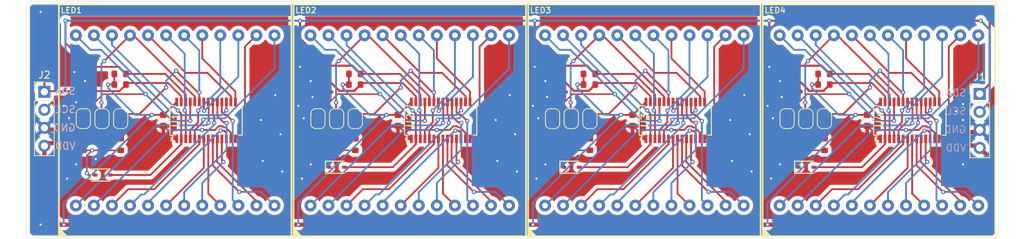
<source format=kicad_pcb>
(kicad_pcb (version 20241229) (generator "pcbnew") (generator_version "9.0")
  (layers (0 "F.Cu" signal) (2 "B.Cu" signal) (13 "F.Paste" user) (15 "B.Paste" user) (5 "F.SilkS" user "F.Silkscreen") (7 "B.SilkS" user "B.Silkscreen") (1 "F.Mask" user) (3 "B.Mask" user) (25 "Edge.Cuts" user))
  (net 0 "")
  (net 1 "GND")
  (net 2 "VDD")
  (net 3 "Net-(LED1-K1)")
  (net 4 "Net-(D1-Pad1)")
  (net 5 "Net-(D2-Pad1)")
  (net 6 "Net-(LED2-K1)")
  (net 7 "Net-(D3-Pad1)")
  (net 8 "Net-(LED3-K1)")
  (net 9 "Net-(LED4-K1)")
  (net 10 "Net-(D4-Pad1)")
  (net 11 "Net-(JP1-A)")
  (net 12 "Net-(JP2-A)")
  (net 13 "Net-(JP3-A)")
  (net 14 "Net-(JP4-A)")
  (net 15 "Net-(JP5-A)")
  (net 16 "Net-(JP6-A)")
  (net 17 "Net-(JP7-A)")
  (net 18 "Net-(JP8-A)")
  (net 19 "Net-(JP9-A)")
  (net 20 "Net-(JP10-A)")
  (net 21 "Net-(JP11-A)")
  (net 22 "Net-(JP12-A)")
  (net 23 "Net-(LED1-K4)")
  (net 24 "Net-(LED1-K3)")
  (net 25 "Net-(LED1-A2)")
  (net 26 "Net-(LED1-A11)")
  (net 27 "Net-(LED1-A12)")
  (net 28 "Net-(LED1-A10)")
  (net 29 "Net-(LED1-A13)")
  (net 30 "Net-(LED1-K5)")
  (net 31 "Net-(LED1-A7)")
  (net 32 "Net-(LED1-K8)")
  (net 33 "Net-(LED1-A9)")
  (net 34 "Net-(LED1-A15)")
  (net 35 "Net-(LED1-A6)")
  (net 36 "Net-(LED1-A4)")
  (net 37 "Net-(LED1-A14)")
  (net 38 "Net-(LED1-A16)")
  (net 39 "Net-(LED1-A8)")
  (net 40 "Net-(LED1-K6)")
  (net 41 "Net-(LED1-K7)")
  (net 42 "Net-(LED1-K2)")
  (net 43 "Net-(LED2-A12)")
  (net 44 "Net-(LED2-A16)")
  (net 45 "Net-(LED2-A7)")
  (net 46 "Net-(LED2-A8)")
  (net 47 "Net-(LED2-K2)")
  (net 48 "Net-(LED2-A6)")
  (net 49 "Net-(LED2-A14)")
  (net 50 "Net-(LED2-K6)")
  (net 51 "Net-(LED2-A10)")
  (net 52 "Net-(LED2-A11)")
  (net 53 "Net-(LED2-A2)")
  (net 54 "Net-(LED2-K3)")
  (net 55 "Net-(LED2-K5)")
  (net 56 "Net-(LED2-A4)")
  (net 57 "Net-(LED2-A15)")
  (net 58 "Net-(LED2-K8)")
  (net 59 "Net-(LED2-A13)")
  (net 60 "Net-(LED2-K4)")
  (net 61 "Net-(LED2-K7)")
  (net 62 "Net-(LED2-A9)")
  (net 63 "Net-(LED3-A2)")
  (net 64 "Net-(LED3-A6)")
  (net 65 "Net-(LED3-K7)")
  (net 66 "Net-(LED3-K5)")
  (net 67 "Net-(LED3-A7)")
  (net 68 "Net-(LED3-A12)")
  (net 69 "Net-(LED3-A13)")
  (net 70 "Net-(LED3-A14)")
  (net 71 "Net-(LED3-A10)")
  (net 72 "Net-(LED3-A11)")
  (net 73 "Net-(LED3-A8)")
  (net 74 "Net-(LED3-A16)")
  (net 75 "Net-(LED3-K8)")
  (net 76 "Net-(LED3-K4)")
  (net 77 "Net-(LED3-A4)")
  (net 78 "Net-(LED3-A15)")
  (net 79 "Net-(LED3-K3)")
  (net 80 "Net-(LED3-K6)")
  (net 81 "Net-(LED3-K2)")
  (net 82 "Net-(LED3-A9)")
  (net 83 "Net-(LED4-K3)")
  (net 84 "Net-(LED4-A13)")
  (net 85 "Net-(LED4-K5)")
  (net 86 "Net-(LED4-A12)")
  (net 87 "Net-(LED4-K8)")
  (net 88 "Net-(LED4-K4)")
  (net 89 "Net-(LED4-A9)")
  (net 90 "Net-(LED4-K7)")
  (net 91 "Net-(LED4-A14)")
  (net 92 "Net-(LED4-A2)")
  (net 93 "Net-(LED4-A8)")
  (net 94 "Net-(LED4-A6)")
  (net 95 "Net-(LED4-K2)")
  (net 96 "Net-(LED4-A7)")
  (net 97 "Net-(LED4-K6)")
  (net 98 "Net-(LED4-A4)")
  (net 99 "Net-(LED4-A10)")
  (net 100 "Net-(LED4-A11)")
  (net 101 "Net-(LED4-A16)")
  (net 102 "Net-(LED4-A15)")
  (net 103 "/Matrix 1/SDA")
  (net 104 "/Matrix 1/SCL")
  (net 105 "/Matrix 1/A1-1")
  (net 106 "/Matrix 1/A0-1")
  (net 107 "/Matrix 1/A2-1")
  (net 108 "/Matrix 2/A2-1")
  (net 109 "/Matrix 2/A1-1")
  (net 110 "/Matrix 2/A0-1")
  (net 111 "/Matrix 3/A2-1")
  (net 112 "/Matrix 3/A1-1")
  (net 113 "/Matrix 3/A0-1")
  (net 114 "/Matrix 4/A2-1")
  (net 115 "/Matrix 4/A1-1")
  (net 116 "/Matrix 4/A0-1")
  (footprint "PCM_JLCPCB:R_0603" (layer "F.Cu") (at 196.69 81.25)
    (property "Reference" "R17" (hide yes))
    (property "Value" "4.7kΩ")
  )
  (footprint "Jumper:SolderJumper-2_P1.3mm_Open_RoundedPad1.0x1.5mm" (layer "F.Cu") (at 92.5066 87.55 90)
    (property "Reference" "JP3" (hide yes))
    (property "Value" "SolderJumper_2_Open")
  )
  (footprint "PCM_JLCPCB:R_0603" (layer "F.Cu") (at 97.764333 91.2 -90)
    (property "Reference" "R10" (hide yes))
    (property "Value" "47kΩ")
  )
  (footprint "PCM_JLCPCB:R_0603" (layer "F.Cu") (at 97.6866 82.75)
    (property "Reference" "R7" (hide yes))
    (property "Value" "4.7kΩ")
  )
  (footprint "Jumper:SolderJumper-2_P1.3mm_Open_RoundedPad1.0x1.5mm" (layer "F.Cu") (at 128.1366 87.55 90)
    (property "Reference" "JP5" (hide yes))
    (property "Value" "SolderJumper_2_Open")
  )
  (footprint "custom:SEGMENT_BICOL_BL-M12A883XX" (layer "F.Cu") (at 105.424333 87.8)
    (property "Reference" "LED1")
    (property "Value" "DISP_SEGMENT_8X8_BICOLOR_ROWCATHODEMI2A883XX" (hide yes))
  )
  (footprint "Jumper:SolderJumper-2_P1.3mm_Open_RoundedPad1.0x1.5mm" (layer "F.Cu") (at 163.758867 87.55 90)
    (property "Reference" "JP9" (hide yes))
    (property "Value" "SolderJumper_2_Open")
  )
  (footprint "Package_SO:SSOP-28_3.9x9.9mm_P0.635mm" (layer "F.Cu") (at 175.7741 87.8 90)
    (property "Reference" "U3")
    (property "Value" "HT16K33A-28SSOP")
  )
  (footprint "PCM_JLCPCB:R_0603" (layer "F.Cu") (at 95.164333 91.2 -90)
    (property "Reference" "R9" (hide yes))
    (property "Value" "47kΩ")
  )
  (footprint "PCM_JLCPCB:D_SOD-323" (layer "F.Cu") (at 161.1666 94.4)
    (property "Reference" "D3" (hide yes))
    (property "Value" "1N4148WS")
  )
  (footprint "PCM_JLCPCB:R_0603" (layer "F.Cu") (at 163.688867 81.25)
    (property "Reference" "R12" (hide yes))
    (property "Value" "4.7kΩ")
  )
  (footprint "Jumper:SolderJumper-2_P1.3mm_Open_RoundedPad1.0x1.5mm" (layer "F.Cu") (at 194.138867 87.55 90)
    (property "Reference" "JP11" (hide yes))
    (property "Value" "SolderJumper_2_Open")
  )
  (footprint "Jumper:SolderJumper-2_P1.3mm_Open_RoundedPad1.0x1.5mm" (layer "F.Cu") (at 161.137734 87.55 90)
    (property "Reference" "JP8" (hide yes))
    (property "Value" "SolderJumper_2_Open")
  )
  (footprint "PCM_JLCPCB:C_0603" (layer "F.Cu") (at 202.767733 87.8 -90)
    (property "Reference" "C5" (hide yes))
    (property "Value" "1uF")
  )
  (footprint "Jumper:SolderJumper-2_P1.3mm_Open_RoundedPad1.0x1.5mm" (layer "F.Cu") (at 97.7566 87.55 90)
    (property "Reference" "JP2" (hide yes))
    (property "Value" "SolderJumper_2_Open")
  )
  (footprint "PCM_JLCPCB:R_0603" (layer "F.Cu") (at 97.6866 81.25)
    (property "Reference" "R8" (hide yes))
    (property "Value" "4.7kΩ")
  )
  (footprint "PCM_JLCPCB:C_0603" (layer "F.Cu") (at 136.765466 87.8 -90)
    (property "Reference" "C3" (hide yes))
    (property "Value" "1uF")
  )
  (footprint "PCM_JLCPCB:C_0805" (layer "F.Cu") (at 90 90.05 90)
    (property "Reference" "C6" (hide yes))
    (property "Value" "10uF")
  )
  (footprint "Jumper:SolderJumper-2_P1.3mm_Open_RoundedPad1.0x1.5mm" (layer "F.Cu") (at 158.508867 87.55 90)
    (property "Reference" "JP7" (hide yes))
    (property "Value" "SolderJumper_2_Open")
  )
  (footprint "PCM_JLCPCB:R_0603" (layer "F.Cu") (at 163.688867 82.75)
    (property "Reference" "R6" (hide yes))
    (property "Value" "4.7kΩ")
  )
  (footprint "PCM_JLCPCB:R_0603" (layer "F.Cu") (at 130.687733 82.75)
    (property "Reference" "R1" (hide yes))
    (property "Value" "4.7kΩ")
  )
  (footprint "Connector_PinHeader_2.54mm:PinHeader_1x04_P2.54mm_Vertical" (layer "F.Cu") (at 87.03 83.77)
    (property "Reference" "J2")
    (property "Value" "Conn_01x04_Pin")
  )
  (footprint "PCM_JLCPCB:R_0603" (layer "F.Cu") (at 163.7666 91.2 -90)
    (property "Reference" "R15" (hide yes))
    (property "Value" "47kΩ")
  )
  (footprint "PCM_JLCPCB:C_0805" (layer "F.Cu") (at 215.6 90.4 90)
    (property "Reference" "C1" (hide yes))
    (property "Value" "10uF")
  )
  (footprint "PCM_JLCPCB:R_0603" (layer "F.Cu") (at 191.51 91.2 -90)
    (property "Reference" "R18" (hide yes))
    (property "Value" "47kΩ")
  )
  (footprint "PCM_JLCPCB:R_0603" (layer "F.Cu") (at 161.1666 91.2 -90)
    (property "Reference" "R14" (hide yes))
    (property "Value" "47kΩ")
  )
  (footprint "PCM_JLCPCB:R_0603" (layer "F.Cu") (at 130.687733 81.25)
    (property "Reference" "R2" (hide yes))
    (property "Value" "4.7kΩ")
  )
  (footprint "Package_SO:SSOP-28_3.9x9.9mm_P0.635mm" (layer "F.Cu") (at 109.771833 87.8 90)
    (property "Reference" "U1")
    (property "Value" "HT16K33A-28SSOP")
  )
  (footprint "Package_SO:SSOP-28_3.9x9.9mm_P0.635mm" (layer "F.Cu") (at 208.775233 87.8 90)
    (property "Reference" "U4")
    (property "Value" "HT16K33A-28SSOP")
  )
  (footprint "PCM_JLCPCB:D_SOD-323" (layer "F.Cu") (at 128.165466 94.4)
    (property "Reference" "D2" (hide yes))
    (property "Value" "1N4148WS")
  )
  (footprint "PCM_JLCPCB:R_0603" (layer "F.Cu") (at 92.5066 91.2 -90)
    (property "Reference" "R11" (hide yes))
    (property "Value" "47kΩ")
  )
  (footprint "PCM_JLCPCB:R_0603" (layer "F.Cu") (at 130.765466 91.2 -90)
    (property "Reference" "R5" (hide yes))
    (property "Value" "47kΩ")
  )
  (footprint "PCM_JLCPCB:R_0603" (layer "F.Cu") (at 128.165466 91.2 -90)
    (property "Reference" "R4" (hide yes))
    (property "Value" "47kΩ")
  )
  (footprint "custom:SEGMENT_BICOL_BL-M12A883XX" (layer "F.Cu") (at 171.4266 87.8)
    (property "Reference" "LED3")
    (property "Value" "DISP_SEGMENT_8X8_BICOLOR_ROWCATHODEMI2A883XX" (hide yes))
  )
  (footprint "custom:SEGMENT_BICOL_BL-M12A883XX" (layer "F.Cu") (at 138.425466 87.8)
    (property "Reference" "LED2")
    (property "Value" "DISP_SEGMENT_8X8_BICOLOR_ROWCATHODEMI2A883XX" (hide yes))
  )
  (footprint "Jumper:SolderJumper-2_P1.3mm_Open_RoundedPad1.0x1.5mm" (layer "F.Cu") (at 191.51 87.55 90)
    (property "Reference" "JP10" (hide yes))
    (property "Value" "SolderJumper_2_Open")
  )
  (footprint "PCM_JLCPCB:D_SOD-323" (layer "F.Cu") (at 95.25 95.5)
    (property "Reference" "D1" (hide yes))
    (property "Value" "1N4148WS")
  )
  (footprint "PCM_JLCPCB:C_0603" (layer "F.Cu") (at 103.764333 87.8 -90)
    (property "Reference" "C2" (hide yes))
    (property "Value" "1uF")
  )
  (footprint "PCM_JLCPCB:R_0603" (layer "F.Cu") (at 196.767733 91.2 -90)
    (property "Reference" "R20" (hide yes))
    (property "Value" "47kΩ")
  )
  (footprint "Package_SO:SSOP-28_3.9x9.9mm_P0.635mm" (layer "F.Cu") (at 142.772966 87.8 90)
    (property "Reference" "U2")
    (property "Value" "HT16K33A-28SSOP")
  )
  (footprint "PCM_JLCPCB:R_0603" (layer "F.Cu") (at 125.507733 91.2 -90)
    (property "Reference" "R3" (hide yes))
    (property "Value" "47kΩ")
  )
  (footprint "Jumper:SolderJumper-2_P1.3mm_Open_RoundedPad1.0x1.5mm" (layer "F.Cu") (at 130.757733 87.55 90)
    (property "Reference" "JP6" (hide yes))
    (property "Value" "SolderJumper_2_Open")
  )
  (footprint "PCM_JLCPCB:R_0603" (layer "F.Cu") (at 158.508867 91.2 -90)
    (property "Reference" "R13" (hide yes))
    (property "Value" "47kΩ")
  )
  (footprint "Connector_PinHeader_2.54mm:PinHeader_1x04_P2.54mm_Vertical" (layer "F.Cu") (at 218.6 84.06)
    (property "Reference" "J1")
    (property "Value" "Conn_01x04_Pin")
  )
  (footprint "PCM_JLCPCB:C_0603" (layer "F.Cu") (at 169.7666 87.8 -90)
    (property "Reference" "C4" (hide yes))
    (property "Value" "1uF")
  )
  (footprint "PCM_JLCPCB:R_0603" (layer "F.Cu") (at 194.167733 91.2 -90)
    (property "Reference" "R19" (hide yes))
    (property "Value" "47kΩ")
  )
  (footprint "Jumper:SolderJumper-2_P1.3mm_Open_RoundedPad1.0x1.5mm" (layer "F.Cu") (at 196.76 87.55 90)
    (property "Reference" "JP12" (hide yes))
    (property "Value" "SolderJumper_2_Open")
  )
  (footprint "Jumper:SolderJumper-2_P1.3mm_Open_RoundedPad1.0x1.5mm" (layer "F.Cu") (at 125.507733 87.55 90)
    (property "Reference" "JP4" (hide yes))
    (property "Value" "SolderJumper_2_Open")
  )
  (footprint "Jumper:SolderJumper-2_P1.3mm_Open_RoundedPad1.0x1.5mm" (layer "F.Cu") (at 95.135467 87.55 90)
    (property "Reference" "JP1" (hide yes))
    (property "Value" "SolderJumper_2_Open")
  )
  (footprint "custom:SEGMENT_BICOL_BL-M12A883XX" (layer "F.Cu") (at 204.427733 87.8)
    (property "Reference" "LED4")
    (property "Value" "DISP_SEGMENT_8X8_BICOLOR_ROWCATHODEMI2A883XX" (hide yes))
  )
  (footprint "PCM_JLCPCB:D_SOD-323" (layer "F.Cu") (at 194.167733 94.4)
    (property "Reference" "D4" (hide yes))
    (property "Value" "1N4148WS")
  )
  (footprint "PCM_JLCPCB:R_0603" (layer "F.Cu") (at 196.69 82.75)
    (property "Reference" "R16" (hide yes))
    (property "Value" "4.7kΩ")
  )
  (gr_arc (start 221.25 103.5) (mid 220.957107 104.207107) (end 220.25 104.5) (stroke (width 0.05)) (layer "Edge.Cuts"))
  (gr_arc (start 84.5 72) (mid 84.792893 71.292893) (end 85.5 71) (stroke (width 0.05)) (layer "Edge.Cuts"))
  (gr_line (start 220.25 104.5) (end 85.5 104.5) (stroke (width 0.05)) (layer "Edge.Cuts"))
  (gr_line (start 84.5 103.5) (end 84.5 72) (stroke (width 0.05)) (layer "Edge.Cuts"))
  (gr_line (start 85.5 71) (end 220.25 71) (stroke (width 0.05)) (layer "Edge.Cuts"))
  (gr_arc (start 85.5 104.5) (mid 84.792893 104.207107) (end 84.5 103.5) (stroke (width 0.05)) (layer "Edge.Cuts"))
  (gr_line (start 221.25 72) (end 221.25 103.5) (stroke (width 0.05)) (layer "Edge.Cuts"))
  (gr_arc (start 220.25 71) (mid 220.957107 71.292893) (end 221.25 72) (stroke (width 0.05)) (layer "Edge.Cuts"))
  (gr_text "VDD" (at 216.75 92.25 0) (layer "B.SilkS") (effects (font (size 1 1) (thickness 0.1)) (justify left bottom mirror)))
  (gr_text "SDA" (at 216.75 84.5 0) (layer "B.SilkS") (effects (font (size 1 1) (thickness 0.1)) (justify left bottom mirror)))
  (gr_text "GND" (at 216.75 89.666667 0) (layer "B.SilkS") (effects (font (size 1 1) (thickness 0.1)) (justify left bottom mirror)))
  (gr_text "VDD" (at 91.5 92 0) (layer "B.SilkS") (effects (font (size 1 1)) (justify left bottom mirror)))
  (gr_text "GND" (at 91.5 89.416667 0) (layer "B.SilkS") (effects (font (size 1 1)) (justify left bottom mirror)))
  (gr_text "SCL" (at 91.5 86.833333 0) (layer "B.SilkS") (effects (font (size 1 1)) (justify left bottom mirror)))
  (gr_text "SDA" (at 91.5 84.25 0) (layer "B.SilkS") (effects (font (size 1 1)) (justify left bottom mirror)))
  (gr_text "SCL" (at 216.75 87.083333 0) (layer "B.SilkS") (effects (font (size 1 1) (thickness 0.1)) (justify left bottom mirror)))
  (segment (start 87.28 89.1) (end 87.03 88.85) (width 0.6) (layer "F.Cu") (net 1))
  (segment (start 169.8266 88.58) (end 171.6466 90.4) (width 0.25) (layer "F.Cu") (net 1))
  (segment (start 202.767733 88.58) (end 202.827733 88.58) (width 0.25) (layer "F.Cu") (net 1))
  (segment (start 90 89.1) (end 87.28 89.1) (width 0.6) (layer "F.Cu") (net 1))
  (segment (start 136.825466 88.58) (end 138.645466 90.4) (width 0.25) (layer "F.Cu") (net 1))
  (segment (start 202.827733 88.58) (end 204.647733 90.4) (width 0.25) (layer "F.Cu") (net 1))
  (segment (start 103.824333 88.58) (end 105.644333 90.4) (width 0.25) (layer "F.Cu") (net 1))
  (segment (start 218.29 89.45) (end 218.6 89.14) (width 0.6) (layer "F.Cu") (net 1))
  (segment (start 136.765466 88.58) (end 136.825466 88.58) (width 0.25) (layer "F.Cu") (net 1))
  (segment (start 169.7666 88.58) (end 169.8266 88.58) (width 0.25) (layer "F.Cu") (net 1))
  (segment (start 215.6 89.45) (end 218.29 89.45) (width 0.6) (layer "F.Cu") (net 1))
  (segment (start 103.764333 88.58) (end 103.824333 88.58) (width 0.25) (layer "F.Cu") (net 1))
  (via (at 150.501133 87.75) (size 0.6) (drill 0.3) (layers "F.Cu" "B.Cu") (net 1))
  (via (at 183.502267 87.75) (size 0.6) (drill 0.3) (layers "F.Cu" "B.Cu") (net 1))
  (via (at 152.501133 84.25) (size 0.6) (drill 0.3) (layers "F.Cu" "B.Cu") (net 1))
  (via (at 122.751133 85.75) (size 0.6) (drill 0.3) (layers "F.Cu" "B.Cu") (net 1))
  (via (at 186.252267 89.75) (size 0.6) (drill 0.3) (layers "F.Cu" "B.Cu") (net 1))
  (via (at 124.498866 82.25) (size 0.6) (drill 0.3) (layers "F.Cu" "B.Cu") (net 1))
  (via (at 190.501133 82.25) (size 0.6) (drill 0.3) (layers "F.Cu" "B.Cu") (net 1))
  (via (at 124.751133 84.5) (size 0.6) (drill 0.3) (layers "F.Cu" "B.Cu") (net 1))
  (via (at 156 80.25) (size 0.6) (drill 0.3) (layers "F.Cu" "B.Cu") (net 1))
  (via (at 155.752267 85.75) (size 0.6) (drill 0.3) (layers "F.Cu" "B.Cu") (net 1))
  (via (at 216.25 94) (size 0.6) (drill 0.3) (layers "F.Cu" "B.Cu") (net 1))
  (via (at 120.5 95) (size 0.6) (drill 0.3) (layers "F.Cu" "B.Cu") (net 1))
  (via (at 156.252267 96) (size 0.6) (drill 0.3) (layers "F.Cu" "B.Cu") (net 1))
  (via (at 123.251133 96) (size 0.6) (drill 0.3) (layers "F.Cu" "B.Cu") (net 1))
  (via (at 215.25 86.5) (size 0.6) (drill 0.3) (layers "F.Cu" "B.Cu") (net 1))
  (via (at 117.75 93.5) (size 0.6) (drill 0.3) (layers "F.Cu" "B.Cu") (net 1))
  (via (at 150.751133 93.5) (size 0.6) (drill 0.3) (layers "F.Cu" "B.Cu") (net 1))
  (via (at 190.7534 84.5) (size 0.6) (drill 0.3) (layers "F.Cu" "B.Cu") (net 1))
  (via (at 157.752267 84.5) (size 0.6) (drill 0.3) (layers "F.Cu" "B.Cu") (net 1))
  (via (at 90.25 96) (size 0.6) (drill 0.3) (layers "F.Cu" "B.Cu") (net 1))
  (via (at 185.502267 84.25) (size 0.6) (drill 0.3) (layers "F.Cu" "B.Cu") (net 1))
  (via (at 189.2534 96) (size 0.6) (drill 0.3) (layers "F.Cu" "B.Cu") (net 1))
  (via (at 89.75 85.75) (size 0.6) (drill 0.3) (layers "F.Cu" "B.Cu") (net 1))
  (via (at 122.998866 80.25) (size 0.6) (drill 0.3) (layers "F.Cu" "B.Cu") (net 1))
  (via (at 153.501133 95) (size 0.6) (drill 0.3) (layers "F.Cu" "B.Cu") (net 1))
  (via (at 91.5 94) (size 0.6) (drill 0.3) (layers "F.Cu" "B.Cu") (net 1))
  (via (at 186.502267 95) (size 0.6) (drill 0.3) (layers "F.Cu" "B.Cu") (net 1))
  (via (at 189.001133 80.25) (size 0.6) (drill 0.3) (layers "F.Cu" "B.Cu") (net 1))
  (via (at 153.251133 89.75) (size 0.6) (drill 0.3) (layers "F.Cu" "B.Cu") (net 1))
  (via (at 117.5 87.75) (size 0.6) (drill 0.3) (layers "F.Cu" "B.Cu") (net 1))
  (via (at 190.5034 94) (size 0.6) (drill 0.3) (layers "F.Cu" "B.Cu") (net 1))
  (via (at 183.752267 93.5) (size 0.6) (drill 0.3) (layers "F.Cu" "B.Cu") (net 1))
  (via (at 119.5 84.25) (size 0.6) (drill 0.3) (layers "F.Cu" "B.Cu") (net 1))
  (via (at 91.25 81) (size 0.6) (drill 0.3) (layers "F.Cu" "B.Cu") (net 1))
  (via (at 189.5034 87.5) (size 0.6) (drill 0.3) (layers "F.Cu" "B.Cu") (net 1))
  (via (at 90.5 87.5) (size 0.6) (drill 0.3) (layers "F.Cu" "B.Cu") (net 1))
  (via (at 92.75 82.25) (size 0.6) (drill 0.3) (layers "F.Cu" "B.Cu") (net 1))
  (via (at 120.25 89.75) (size 0.6) (drill 0.3) (layers "F.Cu" "B.Cu") (net 1))
  (via (at 156.502267 87.5) (size 0.6) (drill 0.3) (layers "F.Cu" "B.Cu") (net 1))
  (via (at 157.502267 94) (size 0.6) (drill 0.3) (layers "F.Cu" "B.Cu") (net 1))
  (via (at 216.25 87.75) (size 0.6) (drill 0.3) (layers "F.Cu" "B.Cu") (net 1))
  (via (at 216.25 85.5) (size 0.6) (drill 0.3) (layers "F.Cu" "B.Cu") (net 1))
  (via (at 91.5 85.25) (size 0.6) (drill 0.3) (layers "F.Cu" "B.Cu") (net 1))
  (via (at 123.501133 87.5) (size 0.6) (drill 0.3) (layers "F.Cu" "B.Cu") (net 1))
  (via (at 94.25 93.25) (size 0.6) (drill 0.3) (layers "F.Cu" "B.Cu") (net 1))
  (via (at 86.5 102.5) (size 0.6) (drill 0.3) (layers "F.Cu" "B.Cu") (net 1))
  (via (at 86.5 72.5) (size 0.6) (drill 0.3) (layers "F.Cu" "B.Cu") (net 1))
  (via (at 124.501133 94) (size 0.6) (drill 0.3) (layers "F.Cu" "B.Cu") (net 1))
  (via (at 157.5 82.25) (size 0.6) (drill 0.3) (layers "F.Cu" "B.Cu") (net 1))
  (via (at 188.7534 85.75) (size 0.6) (drill 0.3) (layers "F.Cu" "B.Cu") (net 1))
  (segment (start 129.007733 82.75) (end 129.867733 82.75) (width 0.25) (layer "F.Cu") (net 2))
  (segment (start 136.825466 87.02) (end 138.645466 85.2) (width 0.25) (layer "F.Cu") (net 2))
  (segment (start 96.8666 81.25) (end 96.8666 82.75) (width 0.25) (layer "F.Cu") (net 2))
  (segment (start 202.827733 87.02) (end 204.647733 85.2) (width 0.25) (layer "F.Cu") (net 2))
  (segment (start 195.01 82.75) (end 195.87 82.75) (width 0.25) (layer "F.Cu") (net 2))
  (segment (start 202.767733 87.02) (end 202.827733 87.02) (width 0.25) (layer "F.Cu") (net 2))
  (segment (start 162.868867 81.25) (end 162.868867 82.75) (width 0.25) (layer "F.Cu") (net 2))
  (segment (start 220.25 101.170824) (end 220.25 93.33) (width 0.6) (layer "F.Cu") (net 2))
  (segment (start 96.0066 82.75) (end 96.8666 82.75) (width 0.25) (layer "F.Cu") (net 2))
  (segment (start 218.920824 102.5) (end 220.25 101.170824) (width 0.6) (layer "F.Cu") (net 2))
  (segment (start 195.87 81.25) (end 195.87 82.75) (width 0.25) (layer "F.Cu") (net 2))
  (segment (start 162.008867 82.75) (end 162.868867 82.75) (width 0.25) (layer "F.Cu") (net 2))
  (segment (start 89.25 102.5) (end 89.7466 102.5) (width 0.6) (layer "F.Cu") (net 2))
  (segment (start 215.6 91.35) (end 218.27 91.35) (width 0.6) (layer "F.Cu") (net 2))
  (segment (start 136.765466 87.02) (end 135.135466 87.02) (width 0.25) (layer "F.Cu") (net 2))
  (segment (start 87.03 100.28) (end 89.25 102.5) (width 0.6) (layer "F.Cu") (net 2))
  (segment (start 188.25 102.5) (end 89.7466 102.5) (width 0.6) (layer "F.Cu") (net 2))
  (segment (start 202.767733 87.02) (end 201.137733 87.02) (width 0.25) (layer "F.Cu") (net 2))
  (segment (start 188.75 102.5) (end 188.25 102.5) (width 0.6) (layer "F.Cu") (net 2))
  (segment (start 87.42 91) (end 87.03 91.39) (width 0.6) (layer "F.Cu") (net 2))
  (segment (start 103.824333 87.02) (end 105.644333 85.2) (width 0.25) (layer "F.Cu") (net 2))
  (segment (start 169.8266 87.02) (end 171.6466 85.2) (width 0.25) (layer "F.Cu") (net 2))
  (segment (start 103.764333 87.02) (end 103.824333 87.02) (width 0.25) (layer "F.Cu") (net 2))
  (segment (start 169.7666 87.02) (end 168.1366 87.02) (width 0.25) (layer "F.Cu") (net 2))
  (segment (start 103.764333 87.02) (end 102.134333 87.02) (width 0.25) (layer "F.Cu") (net 2))
  (segment (start 169.7666 87.02) (end 169.8266 87.02) (width 0.25) (layer "F.Cu") (net 2))
  (segment (start 220.25 93.33) (end 218.6 91.68) (width 0.6) (layer "F.Cu") (net 2))
  (segment (start 87.03 91.39) (end 87.03 100.28) (width 0.6) (layer "F.Cu") (net 2))
  (segment (start 188.25 102.5) (end 218.920824 102.5) (width 0.6) (layer "F.Cu") (net 2))
  (segment (start 136.765466 87.02) (end 136.825466 87.02) (width 0.25) (layer "F.Cu") (net 2))
  (segment (start 90 91) (end 87.42 91) (width 0.6) (layer "F.Cu") (net 2))
  (segment (start 129.867733 81.25) (end 129.867733 82.75) (width 0.25) (layer "F.Cu") (net 2))
  (segment (start 218.27 91.35) (end 218.6 91.68) (width 0.6) (layer "F.Cu") (net 2))
  (via (at 89.7466 102.5) (size 0.6) (drill 0.3) (layers "F.Cu" "B.Cu") (net 2))
  (via (at 102.134333 87.02) (size 0.6) (drill 0.3) (layers "F.Cu" "B.Cu") (net 2))
  (via (at 188.75 102.5) (size 0.6) (drill 0.3) (layers "F.Cu" "B.Cu") (net 2))
  (via (at 122.747733 102.5) (size 0.6) (drill 0.3) (layers "F.Cu" "B.Cu") (net 2))
  (via (at 96.0066 82.75) (size 0.6) (drill 0.3) (layers "F.Cu" "B.Cu") (net 2))
  (via (at 201.137733 87.02) (size 0.6) (drill 0.3) (layers "F.Cu" "B.Cu") (net 2))
  (via (at 195.01 82.75) (size 0.6) (drill 0.3) (layers "F.Cu" "B.Cu") (net 2))
  (via (at 162.008867 82.75) (size 0.6) (drill 0.3) (layers "F.Cu" "B.Cu") (net 2))
  (via (at 135.135466 87.02) (size 0.6) (drill 0.3) (layers "F.Cu" "B.Cu") (net 2))
  (via (at 129.007733 82.75) (size 0.6) (drill 0.3) (layers "F.Cu" "B.Cu") (net 2))
  (via (at 168.1366 87.02) (size 0.6) (drill 0.3) (layers "F.Cu" "B.Cu") (net 2))
  (via (at 155.748867 102.5) (size 0.6) (drill 0.3) (layers "F.Cu" "B.Cu") (net 2))
  (segment (start 132.777733 87.02) (end 135.135466 87.02) (width 0.25) (layer "B.Cu") (net 2))
  (segment (start 198.78 87.02) (end 201.137733 87.02) (width 0.25) (layer "B.Cu") (net 2))
  (segment (start 195.01 82.75) (end 195.01 83.25) (width 0.25) (layer "B.Cu") (net 2))
  (segment (start 162.008867 83.25) (end 165.778867 87.02) (width 0.25) (layer "B.Cu") (net 2))
  (segment (start 122.747733 99.407733) (end 122.747733 102.5) (width 0.25) (layer "B.Cu") (net 2))
  (segment (start 89.7466 99.407733) (end 89.7466 102.5) (width 0.25) (layer "B.Cu") (net 2))
  (segment (start 135.135466 87.02) (end 122.747733 99.407733) (width 0.25) (layer "B.Cu") (net 2))
  (segment (start 165.778867 87.02) (end 168.1366 87.02) (width 0.25) (layer "B.Cu") (net 2))
  (segment (start 96.0066 83.25) (end 99.7766 87.02) (width 0.25) (layer "B.Cu") (net 2))
  (segment (start 135.135466 87.02) (end 135.115466 87) (width 0.25) (layer "B.Cu") (net 2))
  (segment (start 129.007733 82.75) (end 129.007733 83.25) (width 0.25) (layer "B.Cu") (net 2))
  (segment (start 168.1366 87.02) (end 168.1166 87) (width 0.25) (layer "B.Cu") (net 2))
  (segment (start 99.7766 87.02) (end 102.134333 87.02) (width 0.25) (layer "B.Cu") (net 2))
  (segment (start 168.1366 87.02) (end 155.748867 99.407733) (width 0.25) (layer "B.Cu") (net 2))
  (segment (start 201.137733 87.02) (end 188.75 99.407733) (width 0.25) (layer "B.Cu") (net 2))
  (segment (start 201.137733 87.02) (end 201.117733 87) (width 0.25) (layer "B.Cu") (net 2))
  (segment (start 188.75 99.407733) (end 188.75 102.5) (width 0.25) (layer "B.Cu") (net 2))
  (segment (start 195.01 83.25) (end 198.78 87.02) (width 0.25) (layer "B.Cu") (net 2))
  (segment (start 96.0066 82.75) (end 96.0066 83.25) (width 0.25) (layer "B.Cu") (net 2))
  (segment (start 102.134333 87.02) (end 102.114333 87) (width 0.25) (layer "B.Cu") (net 2))
  (segment (start 129.007733 83.25) (end 132.777733 87.02) (width 0.25) (layer "B.Cu") (net 2))
  (segment (start 102.134333 87.02) (end 89.7466 99.407733) (width 0.25) (layer "B.Cu") (net 2))
  (segment (start 155.748867 99.407733) (end 155.748867 102.5) (width 0.25) (layer "B.Cu") (net 2))
  (segment (start 162.008867 82.75) (end 162.008867 83.25) (width 0.25) (layer "B.Cu") (net 2))
  (segment (start 96.3 95.5) (end 101.946333 95.5) (width 0.25) (layer "F.Cu") (net 3))
  (segment (start 105.814333 86.4) (end 106.279333 86.865) (width 0.25) (layer "F.Cu") (net 3))
  (segment (start 101.946333 95.5) (end 106.279333 91.167) (width 0.25) (layer "F.Cu") (net 3))
  (segment (start 106.279333 86.865) (end 106.279333 90.4) (width 0.25) (layer "F.Cu") (net 3))
  (segment (start 106.279333 91.167) (end 106.279333 90.4) (width 0.25) (layer "F.Cu") (net 3))
  (via (at 105.814333 86.4) (size 0.6) (drill 0.3) (layers "F.Cu" "B.Cu") (net 3))
  (segment (start 105.814333 86.4) (end 105.764333 86.4) (width 0.25) (layer "B.Cu") (net 3))
  (segment (start 96.534333 77.17) (end 96.534333 75.8) (width 0.25) (layer "B.Cu") (net 3))
  (segment (start 105.764333 86.4) (end 96.534333 77.17) (width 0.25) (layer "B.Cu") (net 3))
  (segment (start 93 95.25) (end 93.25 95.5) (width 0.25) (layer "F.Cu") (net 4))
  (segment (start 92.764333 92.02) (end 92.810333 91.974) (width 0.25) (layer "F.Cu") (net 4))
  (segment (start 93.75 92.02) (end 94.2566 92.02) (width 0.2) (layer "F.Cu") (net 4))
  (segment (start 94.2566 92.02) (end 97.764333 92.02) (width 0.2) (layer "F.Cu") (net 4))
  (segment (start 92.5066 92.02) (end 93.75 92.02) (width 0.2) (layer "F.Cu") (net 4))
  (segment (start 93.25 95.5) (end 94.2 95.5) (width 0.25) (layer "F.Cu") (net 4))
  (via (at 93.75 92.02) (size 0.6) (drill 0.3) (layers "F.Cu" "B.Cu") (net 4))
  (via (at 93 95.25) (size 0.6) (drill 0.3) (layers "F.Cu" "B.Cu") (net 4))
  (segment (start 93 95.25) (end 93 92.77) (width 0.25) (layer "B.Cu") (net 4))
  (segment (start 93 92.77) (end 93.75 92.02) (width 0.25) (layer "B.Cu") (net 4))
  (segment (start 127.115466 92.162267) (end 127.257733 92.02) (width 0.2) (layer "F.Cu") (net 5))
  (segment (start 127.115466 94.4) (end 127.115466 92.162267) (width 0.2) (layer "F.Cu") (net 5))
  (segment (start 125.765466 92.02) (end 125.811466 91.974) (width 0.25) (layer "F.Cu") (net 5))
  (segment (start 127.257733 92.02) (end 130.765466 92.02) (width 0.2) (layer "F.Cu") (net 5))
  (segment (start 125.507733 92.02) (end 127.257733 92.02) (width 0.2) (layer "F.Cu") (net 5))
  (segment (start 136.047466 94.4) (end 129.215466 94.4) (width 0.25) (layer "F.Cu") (net 6))
  (segment (start 139.280466 91.167) (end 136.047466 94.4) (width 0.25) (layer "F.Cu") (net 6))
  (segment (start 138.815466 86.4) (end 139.280466 86.865) (width 0.25) (layer "F.Cu") (net 6))
  (segment (start 139.280466 86.865) (end 139.280466 90.4) (width 0.25) (layer "F.Cu") (net 6))
  (segment (start 139.280466 90.4) (end 139.280466 91.167) (width 0.25) (layer "F.Cu") (net 6))
  (via (at 138.815466 86.4) (size 0.6) (drill 0.3) (layers "F.Cu" "B.Cu") (net 6))
  (segment (start 129.535466 77.17) (end 129.535466 75.8) (width 0.25) (layer "B.Cu") (net 6))
  (segment (start 138.765466 86.4) (end 129.535466 77.17) (width 0.25) (layer "B.Cu") (net 6))
  (segment (start 138.815466 86.4) (end 138.765466 86.4) (width 0.25) (layer "B.Cu") (net 6))
  (segment (start 160.1166 92.162267) (end 160.258867 92.02) (width 0.2) (layer "F.Cu") (net 7))
  (segment (start 158.508867 92.02) (end 160.258867 92.02) (width 0.2) (layer "F.Cu") (net 7))
  (segment (start 158.7666 92.02) (end 158.8126 91.974) (width 0.25) (layer "F.Cu") (net 7))
  (segment (start 160.1166 94.4) (end 160.1166 92.162267) (width 0.2) (layer "F.Cu") (net 7))
  (segment (start 160.258867 92.02) (end 163.7666 92.02) (width 0.2) (layer "F.Cu") (net 7))
  (segment (start 172.2816 86.865) (end 172.2816 90.4) (width 0.25) (layer "F.Cu") (net 8))
  (segment (start 172.2816 90.4) (end 172.2816 91.167) (width 0.25) (layer "F.Cu") (net 8))
  (segment (start 172.2816 91.167) (end 169.0486 94.4) (width 0.25) (layer "F.Cu") (net 8))
  (segment (start 171.8166 86.4) (end 172.2816 86.865) (width 0.25) (layer "F.Cu") (net 8))
  (segment (start 169.0486 94.4) (end 162.2166 94.4) (width 0.25) (layer "F.Cu") (net 8))
  (via (at 171.8166 86.4) (size 0.6) (drill 0.3) (layers "F.Cu" "B.Cu") (net 8))
  (segment (start 171.7666 86.4) (end 162.5366 77.17) (width 0.25) (layer "B.Cu") (net 8))
  (segment (start 171.8166 86.4) (end 171.7666 86.4) (width 0.25) (layer "B.Cu") (net 8))
  (segment (start 162.5366 77.17) (end 162.5366 75.8) (width 0.25) (layer "B.Cu") (net 8))
  (segment (start 205.282733 86.865) (end 205.282733 90.4) (width 0.25) (layer "F.Cu") (net 9))
  (segment (start 204.817733 86.4) (end 205.282733 86.865) (width 0.25) (layer "F.Cu") (net 9))
  (segment (start 205.282733 90.4) (end 205.282733 91.167) (width 0.25) (layer "F.Cu") (net 9))
  (segment (start 202.049733 94.4) (end 195.217733 94.4) (width 0.25) (layer "F.Cu") (net 9))
  (segment (start 205.282733 91.167) (end 202.049733 94.4) (width 0.25) (layer "F.Cu") (net 9))
  (via (at 204.817733 86.4) (size 0.6) (drill 0.3) (layers "F.Cu" "B.Cu") (net 9))
  (segment (start 204.817733 86.4) (end 204.767733 86.4) (width 0.25) (layer "B.Cu") (net 9))
  (segment (start 195.537733 77.17) (end 195.537733 75.8) (width 0.25) (layer "B.Cu") (net 9))
  (segment (start 204.767733 86.4) (end 195.537733 77.17) (width 0.25) (layer "B.Cu") (net 9))
  (segment (start 191.767733 92.02) (end 191.813733 91.974) (width 0.25) (layer "F.Cu") (net 10))
  (segment (start 193.117733 92.162267) (end 193.26 92.02) (width 0.2) (layer "F.Cu") (net 10))
  (segment (start 193.117733 94.4) (end 193.117733 92.162267) (width 0.2) (layer "F.Cu") (net 10))
  (segment (start 191.51 92.02) (end 193.26 92.02) (width 0.2) (layer "F.Cu") (net 10))
  (segment (start 193.26 92.02) (end 196.767733 92.02) (width 0.2) (layer "F.Cu") (net 10))
  (segment (start 95.164333 88.2) (end 95.164333 90.38) (width 0.25) (layer "F.Cu") (net 11))
  (segment (start 97.764333 88.2) (end 97.764333 90.38) (width 0.25) (layer "F.Cu") (net 12))
  (segment (start 92.5066 90.38) (end 92.5066 88.2) (width 0.2) (layer "F.Cu") (net 13))
  (segment (start 125.507733 90.38) (end 125.507733 88.2) (width 0.2) (layer "F.Cu") (net 14))
  (segment (start 128.165466 88.2) (end 128.165466 90.38) (width 0.25) (layer "F.Cu") (net 15))
  (segment (start 130.765466 88.2) (end 130.765466 90.38) (width 0.25) (layer "F.Cu") (net 16))
  (segment (start 158.508867 90.38) (end 158.508867 88.2) (width 0.2) (layer "F.Cu") (net 17))
  (segment (start 161.1666 88.2) (end 161.1666 90.38) (width 0.25) (layer "F.Cu") (net 18))
  (segment (start 163.7666 88.2) (end 163.7666 90.38) (width 0.25) (layer "F.Cu") (net 19))
  (segment (start 191.51 90.38) (end 191.51 88.2) (width 0.2) (layer "F.Cu") (net 20))
  (segment (start 194.167733 88.2) (end 194.167733 90.38) (width 0.25) (layer "F.Cu") (net 21))
  (segment (start 196.767733 88.2) (end 196.767733 90.38) (width 0.25) (layer "F.Cu") (net 22))
  (segment (start 108.184333 89.18) (end 109.364333 88) (width 0.25) (layer "F.Cu") (net 23))
  (segment (start 108.184333 90.4) (end 108.184333 89.18) (width 0.25) (layer "F.Cu") (net 23))
  (segment (start 109.364333 88) (end 109.364333 87.7) (width 0.25) (layer "F.Cu") (net 23))
  (via (at 109.364333 87.7) (size 0.6) (drill 0.3) (layers "F.Cu" "B.Cu") (net 23))
  (segment (start 119.394333 80.52) (end 112.395392 87.518941) (width 0.25) (layer "B.Cu") (net 23))
  (segment (start 109.545392 87.518941) (end 109.364333 87.7) (width 0.25) (layer "B.Cu") (net 23))
  (segment (start 119.394333 75.8) (end 119.394333 80.52) (width 0.25) (layer "B.Cu") (net 23))
  (segment (start 112.395392 87.518941) (end 109.545392 87.518941) (width 0.25) (layer "B.Cu") (net 23))
  (segment (start 107.549333 89.165) (end 107.549333 90.4) (width 0.25) (layer "F.Cu") (net 24))
  (segment (start 108.664333 88.05) (end 107.549333 89.165) (width 0.25) (layer "F.Cu") (net 24))
  (segment (start 108.664333 86.425) (end 108.664333 88.05) (width 0.25) (layer "F.Cu") (net 24))
  (via (at 108.664333 86.425) (size 0.6) (drill 0.3) (layers "F.Cu" "B.Cu") (net 24))
  (segment (start 111.774333 83.29) (end 111.774333 75.8) (width 0.25) (layer "B.Cu") (net 24))
  (segment (start 108.664333 86.4) (end 111.774333 83.29) (width 0.25) (layer "B.Cu") (net 24))
  (segment (start 108.664333 86.425) (end 108.664333 86.4) (width 0.25) (layer "B.Cu") (net 24))
  (segment (start 93.964333 75.8) (end 93.914333 75.75) (width 0.25) (layer "F.Cu") (net 25))
  (segment (start 93.994333 75.8) (end 93.964333 75.8) (width 0.25) (layer "F.Cu") (net 25))
  (segment (start 112.629333 86.385) (end 112.629333 85.2) (width 0.25) (layer "F.Cu") (net 25))
  (segment (start 112.614333 85.215) (end 112.629333 85.2) (width 0.25) (layer "F.Cu") (net 25))
  (via (at 112.629333 86.385) (size 0.6) (drill 0.3) (layers "F.Cu" "B.Cu") (net 25))
  (segment (start 111.946392 87.067941) (end 105.262274 87.067941) (width 0.25) (layer "B.Cu") (net 25))
  (segment (start 112.629333 86.385) (end 111.946392 87.067941) (width 0.25) (layer "B.Cu") (net 25))
  (segment (start 105.262274 87.067941) (end 93.994333 75.8) (width 0.25) (layer "B.Cu") (net 25))
  (segment (start 110.724333 86.96) (end 110.724333 85.2) (width 0.25) (layer "F.Cu") (net 26))
  (segment (start 110.914333 88.143941) (end 110.914333 87.15) (width 0.25) (layer "F.Cu") (net 26))
  (segment (start 110.914333 87.15) (end 110.724333 86.96) (width 0.25) (layer "F.Cu") (net 26))
  (via (at 110.914333 88.143941) (size 0.6) (drill 0.3) (layers "F.Cu" "B.Cu") (net 26))
  (segment (start 110.914333 88.4) (end 101.064333 98.25) (width 0.25) (layer "B.Cu") (net 26))
  (segment (start 110.914333 88.143941) (end 110.914333 88.4) (width 0.25) (layer "B.Cu") (net 26))
  (segment (start 100.624333 98.25) (end 99.074333 99.8) (width 0.25) (layer "B.Cu") (net 26))
  (segment (start 101.064333 98.25) (end 100.624333 98.25) (width 0.25) (layer "B.Cu") (net 26))
  (segment (start 111.814333 89.25) (end 112.329333 89.25) (width 0.25) (layer "F.Cu") (net 27))
  (segment (start 112.329333 89.25) (end 112.629333 89.55) (width 0.25) (layer "F.Cu") (net 27))
  (segment (start 112.629333 89.55) (end 112.629333 90.4) (width 0.25) (layer "F.Cu") (net 27))
  (via (at 111.814333 89.25) (size 0.6) (drill 0.3) (layers "F.Cu" "B.Cu") (net 27))
  (segment (start 111.7566 89.25) (end 101.614333 99.392267) (width 0.25) (layer "B.Cu") (net 27))
  (segment (start 101.614333 99.392267) (end 101.614333 99.8) (width 0.25) (layer "B.Cu") (net 27))
  (segment (start 111.814333 89.25) (end 111.7566 89.25) (width 0.25) (layer "B.Cu") (net 27))
  (segment (start 113.264333 89.54719) (end 113.264333 90.4) (width 0.25) (layer "F.Cu") (net 28))
  (segment (start 112.516143 88.799) (end 113.264333 89.54719) (width 0.25) (layer "F.Cu") (net 28))
  (segment (start 109.214333 89.15) (end 111.029035 89.15) (width 0.25) (layer "F.Cu") (net 28))
  (segment (start 112.248631 88.799) (end 112.516143 88.799) (width 0.25) (layer "F.Cu") (net 28))
  (segment (start 112.073631 88.624) (end 112.248631 88.799) (width 0.25) (layer "F.Cu") (net 28))
  (segment (start 111.555035 88.624) (end 112.073631 88.624) (width 0.25) (layer "F.Cu") (net 28))
  (segment (start 111.029035 89.15) (end 111.555035 88.624) (width 0.25) (layer "F.Cu") (net 28))
  (via (at 109.214333 89.15) (size 0.6) (drill 0.3) (layers "F.Cu" "B.Cu") (net 28))
  (segment (start 93.994333 99.8) (end 104.644332 89.15) (width 0.25) (layer "B.Cu") (net 28))
  (segment (start 104.644332 89.15) (end 109.214333 89.15) (width 0.25) (layer "B.Cu") (net 28))
  (segment (start 112.200142 88.047999) (end 111.364333 87.21219) (width 0.25) (layer "F.Cu") (net 29))
  (segment (start 111.364333 87.21219) (end 111.364333 86.005) (width 0.25) (layer "F.Cu") (net 29))
  (segment (start 112.200142 88.047999) (end 112.572332 88.047999) (width 0.25) (layer "F.Cu") (net 29))
  (segment (start 112.572332 88.047999) (end 112.664333 88.14) (width 0.25) (layer "F.Cu") (net 29))
  (segment (start 111.359333 86) (end 111.359333 85.2) (width 0.25) (layer "F.Cu") (net 29))
  (segment (start 111.364333 86.005) (end 111.359333 86) (width 0.25) (layer "F.Cu") (net 29))
  (via (at 112.664333 88.14) (size 0.6) (drill 0.3) (layers "F.Cu" "B.Cu") (net 29))
  (segment (start 112.664333 88.111809) (end 112.664333 88.14) (width 0.25) (layer "B.Cu") (net 29))
  (segment (start 106.694333 97.92) (end 106.694333 99.8) (width 0.25) (layer "B.Cu") (net 29))
  (segment (start 112.664333 88.14) (end 112.664333 91.95) (width 0.25) (layer "B.Cu") (net 29))
  (segment (start 112.664333 91.95) (end 106.694333 97.92) (width 0.25) (layer "B.Cu") (net 29))
  (segment (start 102.486333 97.5) (end 108.819333 91.167) (width 0.25) (layer "F.Cu") (net 30))
  (segment (start 108.819333 91.167) (end 108.819333 90.4) (width 0.25) (layer "F.Cu") (net 30))
  (segment (start 98.834333 97.5) (end 102.486333 97.5) (width 0.25) (layer "F.Cu") (net 30))
  (segment (start 96.534333 99.8) (end 98.834333 97.5) (width 0.25) (layer "F.Cu") (net 30))
  (segment (start 109.454333 86.389997) (end 109.454333 85.2) (width 0.25) (layer "F.Cu") (net 31))
  (segment (start 109.505275 86.440939) (end 109.454333 86.389997) (width 0.25) (layer "F.Cu") (net 31))
  (segment (start 109.507278 86.440939) (end 109.505275 86.440939) (width 0.25) (layer "F.Cu") (net 31))
  (via (at 109.507278 86.440939) (size 0.6) (drill 0.3) (layers "F.Cu" "B.Cu") (net 31))
  (segment (start 109.507278 86.440939) (end 109.50828 86.441941) (width 0.25) (layer "B.Cu") (net 31))
  (segment (start 109.522392 86.441941) (end 114.314333 81.65) (width 0.25) (layer "B.Cu") (net 31))
  (segment (start 114.314333 81.65) (end 114.314333 75.8) (width 0.25) (layer "B.Cu") (net 31))
  (segment (start 109.50828 86.441941) (end 109.522392 86.441941) (width 0.25) (layer "B.Cu") (net 31))
  (segment (start 113.911275 97.346942) (end 110.724333 94.16) (width 0.25) (layer "F.Cu") (net 32))
  (segment (start 113.911275 97.346942) (end 114.444333 97.88) (width 0.25) (layer "F.Cu") (net 32))
  (segment (start 110.724333 94.16) (end 110.724333 90.4) (width 0.25) (layer "F.Cu") (net 32))
  (via (at 114.444333 97.88) (size 0.6) (drill 0.3) (layers "F.Cu" "B.Cu") (net 32))
  (segment (start 117.474333 97.88) (end 119.394333 99.8) (width 0.25) (layer "B.Cu") (net 32))
  (segment (start 114.444333 97.88) (end 117.474333 97.88) (width 0.25) (layer "B.Cu") (net 32))
  (segment (start 110.133278 85.243945) (end 110.089333 85.2) (width 0.25) (layer "F.Cu") (net 33))
  (segment (start 110.133278 88.131055) (end 110.133278 85.243945) (width 0.25) (layer "F.Cu") (net 33))
  (segment (start 110.114333 88.15) (end 110.133278 88.131055) (width 0.25) (layer "F.Cu") (net 33))
  (via (at 110.114333 88.15) (size 0.6) (drill 0.3) (layers "F.Cu" "B.Cu") (net 33))
  (segment (start 110.114333 88.15) (end 109.764333 88.5) (width 0.25) (layer "B.Cu") (net 33))
  (segment (start 109.764333 88.5) (end 102.754333 88.5) (width 0.25) (layer "B.Cu") (net 33))
  (segment (start 102.754333 88.5) (end 91.454333 99.8) (width 0.25) (layer "B.Cu") (net 33))
  (segment (start 112.625333 87.011) (end 113.514333 87.9) (width 0.25) (layer "F.Cu") (net 34))
  (segment (start 111.994333 85.2) (end 111.994333 86.635298) (width 0.25) (layer "F.Cu") (net 34))
  (segment (start 111.994333 86.635298) (end 112.370035 87.011) (width 0.25) (layer "F.Cu") (net 34))
  (segment (start 112.370035 87.011) (end 112.625333 87.011) (width 0.25) (layer "F.Cu") (net 34))
  (via (at 113.514333 87.9) (size 0.6) (drill 0.3) (layers "F.Cu" "B.Cu") (net 34))
  (segment (start 113.514333 87.9) (end 113.514333 99) (width 0.25) (layer "B.Cu") (net 34))
  (segment (start 113.514333 99) (end 114.314333 99.8) (width 0.25) (layer "B.Cu") (net 34))
  (segment (start 109.234333 75.8) (end 109.234333 79.07) (width 0.25) (layer "F.Cu") (net 35))
  (segment (start 109.234333 79.07) (end 113.899333 83.735) (width 0.25) (layer "F.Cu") (net 35))
  (segment (start 113.899333 83.735) (end 113.899333 85.2) (width 0.25) (layer "F.Cu") (net 35))
  (segment (start 109.965333 81.101) (end 113.264333 84.4) (width 0.25) (layer "F.Cu") (net 36))
  (segment (start 106.915333 81.101) (end 109.965333 81.101) (width 0.25) (layer "F.Cu") (net 36))
  (segment (start 101.614333 75.8) (end 106.915333 81.101) (width 0.25) (layer "F.Cu") (net 36))
  (segment (start 113.264333 84.4) (end 113.264333 85.2) (width 0.25) (layer "F.Cu") (net 36))
  (segment (start 111.994333 93.43) (end 111.994333 90.4) (width 0.25) (layer "F.Cu") (net 37))
  (segment (start 112.214333 93.65) (end 111.994333 93.43) (width 0.25) (layer "F.Cu") (net 37))
  (via (at 112.214333 93.65) (size 0.6) (drill 0.3) (layers "F.Cu" "B.Cu") (net 37))
  (segment (start 112.214333 93.65) (end 109.234333 96.63) (width 0.25) (layer "B.Cu") (net 37))
  (segment (start 109.234333 96.63) (end 109.234333 99.8) (width 0.25) (layer "B.Cu") (net 37))
  (segment (start 116.854333 99.19) (end 111.313333 93.649) (width 0.25) (layer "F.Cu") (net 38))
  (segment (start 111.313333 93.649) (end 111.313333 90.446) (width 0.25) (layer "F.Cu") (net 38))
  (segment (start 111.313333 90.446) (end 111.359333 90.4) (width 0.25) (layer "F.Cu") (net 38))
  (segment (start 116.854333 99.8) (end 116.854333 99.19) (width 0.25) (layer "F.Cu") (net 38))
  (segment (start 115.247733 89.0516) (end 113.899333 90.4) (width 0.25) (layer "F.Cu") (net 39))
  (segment (start 116.854333 75.8) (end 115.247733 77.4066) (width 0.25) (layer "F.Cu") (net 39))
  (segment (start 115.247733 77.4066) (end 115.247733 89.0516) (width 0.25) (layer "F.Cu") (net 39))
  (segment (start 109.454333 90.4) (end 109.454333 94.5) (width 0.25) (layer "F.Cu") (net 40))
  (segment (start 109.454333 94.5) (end 104.154333 99.8) (width 0.25) (layer "F.Cu") (net 40))
  (segment (start 110.089333 90.4) (end 110.089333 98.115) (width 0.25) (layer "F.Cu") (net 41))
  (segment (start 110.089333 98.115) (end 111.774333 99.8) (width 0.25) (layer "F.Cu") (net 41))
  (segment (start 106.914333 86.55) (end 106.914333 90.4) (width 0.25) (layer "F.Cu") (net 42))
  (segment (start 106.764333 86.4) (end 106.914333 86.55) (width 0.25) (layer "F.Cu") (net 42))
  (via (at 106.764333 86.4) (size 0.6) (drill 0.3) (layers "F.Cu" "B.Cu") (net 42))
  (segment (start 106.764333 78.41) (end 104.154333 75.8) (width 0.25) (layer "B.Cu") (net 42))
  (segment (start 106.764333 86.4) (end 106.764333 78.41) (width 0.25) (layer "B.Cu") (net 42))
  (segment (start 145.630466 89.55) (end 145.630466 90.4) (width 0.25) (layer "F.Cu") (net 43))
  (segment (start 145.330466 89.25) (end 145.630466 89.55) (width 0.25) (layer "F.Cu") (net 43))
  (segment (start 144.815466 89.25) (end 145.330466 89.25) (width 0.25) (layer "F.Cu") (net 43))
  (via (at 144.815466 89.25) (size 0.6) (drill 0.3) (layers "F.Cu" "B.Cu") (net 43))
  (segment (start 134.615466 99.392267) (end 134.615466 99.8) (width 0.25) (layer "B.Cu") (net 43))
  (segment (start 144.757733 89.25) (end 134.615466 99.392267) (width 0.25) (layer "B.Cu") (net 43))
  (segment (start 144.815466 89.25) (end 144.757733 89.25) (width 0.25) (layer "B.Cu") (net 43))
  (segment (start 149.855466 99.8) (end 149.855466 99.19) (width 0.25) (layer "F.Cu") (net 44))
  (segment (start 149.855466 99.19) (end 144.314466 93.649) (width 0.25) (layer "F.Cu") (net 44))
  (segment (start 144.314466 90.446) (end 144.360466 90.4) (width 0.25) (layer "F.Cu") (net 44))
  (segment (start 144.314466 93.649) (end 144.314466 90.446) (width 0.25) (layer "F.Cu") (net 44))
  (segment (start 142.506408 86.440939) (end 142.455466 86.389997) (width 0.25) (layer "F.Cu") (net 45))
  (segment (start 142.508411 86.440939) (end 142.506408 86.440939) (width 0.25) (layer "F.Cu") (net 45))
  (segment (start 142.455466 86.389997) (end 142.455466 85.2) (width 0.25) (layer "F.Cu") (net 45))
  (via (at 142.508411 86.440939) (size 0.6) (drill 0.3) (layers "F.Cu" "B.Cu") (net 45))
  (segment (start 142.523525 86.441941) (end 147.315466 81.65) (width 0.25) (layer "B.Cu") (net 45))
  (segment (start 142.508411 86.440939) (end 142.509413 86.441941) (width 0.25) (layer "B.Cu") (net 45))
  (segment (start 142.509413 86.441941) (end 142.523525 86.441941) (width 0.25) (layer "B.Cu") (net 45))
  (segment (start 147.315466 81.65) (end 147.315466 75.8) (width 0.25) (layer "B.Cu") (net 45))
  (segment (start 149.855466 75.8) (end 148.248866 77.4066) (width 0.25) (layer "F.Cu") (net 46))
  (segment (start 148.248866 77.4066) (end 148.248866 89.0516) (width 0.25) (layer "F.Cu") (net 46))
  (segment (start 148.248866 89.0516) (end 146.900466 90.4) (width 0.25) (layer "F.Cu") (net 46))
  (segment (start 139.915466 86.55) (end 139.915466 90.4) (width 0.25) (layer "F.Cu") (net 47))
  (segment (start 139.765466 86.4) (end 139.915466 86.55) (width 0.25) (layer "F.Cu") (net 47))
  (via (at 139.765466 86.4) (size 0.6) (drill 0.3) (layers "F.Cu" "B.Cu") (net 47))
  (segment (start 139.765466 78.41) (end 137.155466 75.8) (width 0.25) (layer "B.Cu") (net 47))
  (segment (start 139.765466 86.4) (end 139.765466 78.41) (width 0.25) (layer "B.Cu") (net 47))
  (segment (start 142.235466 79.07) (end 146.900466 83.735) (width 0.25) (layer "F.Cu") (net 48))
  (segment (start 142.235466 75.8) (end 142.235466 79.07) (width 0.25) (layer "F.Cu") (net 48))
  (segment (start 146.900466 83.735) (end 146.900466 85.2) (width 0.25) (layer "F.Cu") (net 48))
  (segment (start 144.995466 93.43) (end 144.995466 90.4) (width 0.25) (layer "F.Cu") (net 49))
  (segment (start 145.215466 93.65) (end 144.995466 93.43) (width 0.25) (layer "F.Cu") (net 49))
  (via (at 145.215466 93.65) (size 0.6) (drill 0.3) (layers "F.Cu" "B.Cu") (net 49))
  (segment (start 145.215466 93.65) (end 142.235466 96.63) (width 0.25) (layer "B.Cu") (net 49))
  (segment (start 142.235466 96.63) (end 142.235466 99.8) (width 0.25) (layer "B.Cu") (net 49))
  (segment (start 142.455466 90.4) (end 142.455466 94.5) (width 0.25) (layer "F.Cu") (net 50))
  (segment (start 142.455466 94.5) (end 137.155466 99.8) (width 0.25) (layer "F.Cu") (net 50))
  (segment (start 145.249764 88.799) (end 145.517276 88.799) (width 0.25) (layer "F.Cu") (net 51))
  (segment (start 145.074764 88.624) (end 145.249764 88.799) (width 0.25) (layer "F.Cu") (net 51))
  (segment (start 142.215466 89.15) (end 144.030168 89.15) (width 0.25) (layer "F.Cu") (net 51))
  (segment (start 144.030168 89.15) (end 144.556168 88.624) (width 0.25) (layer "F.Cu") (net 51))
  (segment (start 144.556168 88.624) (end 145.074764 88.624) (width 0.25) (layer "F.Cu") (net 51))
  (segment (start 145.517276 88.799) (end 146.265466 89.54719) (width 0.25) (layer "F.Cu") (net 51))
  (segment (start 146.265466 89.54719) (end 146.265466 90.4) (width 0.25) (layer "F.Cu") (net 51))
  (via (at 142.215466 89.15) (size 0.6) (drill 0.3) (layers "F.Cu" "B.Cu") (net 51))
  (segment (start 126.995466 99.8) (end 137.645465 89.15) (width 0.25) (layer "B.Cu") (net 51))
  (segment (start 137.645465 89.15) (end 142.215466 89.15) (width 0.25) (layer "B.Cu") (net 51))
  (segment (start 143.915466 88.143941) (end 143.915466 87.15) (width 0.25) (layer "F.Cu") (net 52))
  (segment (start 143.915466 87.15) (end 143.725466 86.96) (width 0.25) (layer "F.Cu") (net 52))
  (segment (start 143.725466 86.96) (end 143.725466 85.2) (width 0.25) (layer "F.Cu") (net 52))
  (via (at 143.915466 88.143941) (size 0.6) (drill 0.3) (layers "F.Cu" "B.Cu") (net 52))
  (segment (start 134.065466 98.25) (end 133.625466 98.25) (width 0.25) (layer "B.Cu") (net 52))
  (segment (start 143.915466 88.143941) (end 143.915466 88.4) (width 0.25) (layer "B.Cu") (net 52))
  (segment (start 133.625466 98.25) (end 132.075466 99.8) (width 0.25) (layer "B.Cu") (net 52))
  (segment (start 143.915466 88.4) (end 134.065466 98.25) (width 0.25) (layer "B.Cu") (net 52))
  (segment (start 126.995466 75.8) (end 126.965466 75.8) (width 0.25) (layer "F.Cu") (net 53))
  (segment (start 145.630466 86.385) (end 145.630466 85.2) (width 0.25) (layer "F.Cu") (net 53))
  (segment (start 126.965466 75.8) (end 126.915466 75.75) (width 0.25) (layer "F.Cu") (net 53))
  (segment (start 145.615466 85.215) (end 145.630466 85.2) (width 0.25) (layer "F.Cu") (net 53))
  (via (at 145.630466 86.385) (size 0.6) (drill 0.3) (layers "F.Cu" "B.Cu") (net 53))
  (segment (start 144.947525 87.067941) (end 138.263407 87.067941) (width 0.25) (layer "B.Cu") (net 53))
  (segment (start 138.263407 87.067941) (end 126.995466 75.8) (width 0.25) (layer "B.Cu") (net 53))
  (segment (start 145.630466 86.385) (end 144.947525 87.067941) (width 0.25) (layer "B.Cu") (net 53))
  (segment (start 140.550466 89.165) (end 140.550466 90.4) (width 0.25) (layer "F.Cu") (net 54))
  (segment (start 141.665466 86.425) (end 141.665466 88.05) (width 0.25) (layer "F.Cu") (net 54))
  (segment (start 141.665466 88.05) (end 140.550466 89.165) (width 0.25) (layer "F.Cu") (net 54))
  (via (at 141.665466 86.425) (size 0.6) (drill 0.3) (layers "F.Cu" "B.Cu") (net 54))
  (segment (start 141.665466 86.4) (end 144.775466 83.29) (width 0.25) (layer "B.Cu") (net 54))
  (segment (start 144.775466 83.29) (end 144.775466 75.8) (width 0.25) (layer "B.Cu") (net 54))
  (segment (start 141.665466 86.425) (end 141.665466 86.4) (width 0.25) (layer "B.Cu") (net 54))
  (segment (start 141.820466 91.167) (end 141.820466 90.4) (width 0.25) (layer "F.Cu") (net 55))
  (segment (start 131.835466 97.5) (end 135.487466 97.5) (width 0.25) (layer "F.Cu") (net 55))
  (segment (start 129.535466 99.8) (end 131.835466 97.5) (width 0.25) (layer "F.Cu") (net 55))
  (segment (start 135.487466 97.5) (end 141.820466 91.167) (width 0.25) (layer "F.Cu") (net 55))
  (segment (start 146.265466 84.4) (end 146.265466 85.2) (width 0.25) (layer "F.Cu") (net 56))
  (segment (start 139.916466 81.101) (end 142.966466 81.101) (width 0.25) (layer "F.Cu") (net 56))
  (segment (start 134.615466 75.8) (end 139.916466 81.101) (width 0.25) (layer "F.Cu") (net 56))
  (segment (start 142.966466 81.101) (end 146.265466 84.4) (width 0.25) (layer "F.Cu") (net 56))
  (segment (start 144.995466 86.635298) (end 145.371168 87.011) (width 0.25) (layer "F.Cu") (net 57))
  (segment (start 145.626466 87.011) (end 146.515466 87.9) (width 0.25) (layer "F.Cu") (net 57))
  (segment (start 145.371168 87.011) (end 145.626466 87.011) (width 0.25) (layer "F.Cu") (net 57))
  (segment (start 144.995466 85.2) (end 144.995466 86.635298) (width 0.25) (layer "F.Cu") (net 57))
  (via (at 146.515466 87.9) (size 0.6) (drill 0.3) (layers "F.Cu" "B.Cu") (net 57))
  (segment (start 146.515466 99) (end 147.315466 99.8) (width 0.25) (layer "B.Cu") (net 57))
  (segment (start 146.515466 87.9) (end 146.515466 99) (width 0.25) (layer "B.Cu") (net 57))
  (segment (start 146.912408 97.346942) (end 147.445466 97.88) (width 0.25) (layer "F.Cu") (net 58))
  (segment (start 146.912408 97.346942) (end 143.725466 94.16) (width 0.25) (layer "F.Cu") (net 58))
  (segment (start 143.725466 94.16) (end 143.725466 90.4) (width 0.25) (layer "F.Cu") (net 58))
  (via (at 147.445466 97.88) (size 0.6) (drill 0.3) (layers "F.Cu" "B.Cu") (net 58))
  (segment (start 150.475466 97.88) (end 152.395466 99.8) (width 0.25) (layer "B.Cu") (net 58))
  (segment (start 147.445466 97.88) (end 150.475466 97.88) (width 0.25) (layer "B.Cu") (net 58))
  (segment (start 144.360466 86) (end 144.360466 85.2) (width 0.25) (layer "F.Cu") (net 59))
  (segment (start 144.365466 86.005) (end 144.360466 86) (width 0.25) (layer "F.Cu") (net 59))
  (segment (start 144.365466 87.21219) (end 144.365466 86.005) (width 0.25) (layer "F.Cu") (net 59))
  (segment (start 145.573465 88.047999) (end 145.665466 88.14) (width 0.25) (layer "F.Cu") (net 59))
  (segment (start 145.201275 88.047999) (end 145.573465 88.047999) (width 0.25) (layer "F.Cu") (net 59))
  (segment (start 145.201275 88.047999) (end 144.365466 87.21219) (width 0.25) (layer "F.Cu") (net 59))
  (via (at 145.665466 88.14) (size 0.6) (drill 0.3) (layers "F.Cu" "B.Cu") (net 59))
  (segment (start 145.665466 88.111809) (end 145.665466 88.14) (width 0.25) (layer "B.Cu") (net 59))
  (segment (start 145.665466 88.14) (end 145.665466 91.95) (width 0.25) (layer "B.Cu") (net 59))
  (segment (start 145.665466 91.95) (end 139.695466 97.92) (width 0.25) (layer "B.Cu") (net 59))
  (segment (start 139.695466 97.92) (end 139.695466 99.8) (width 0.25) (layer "B.Cu") (net 59))
  (segment (start 141.185466 89.18) (end 142.365466 88) (width 0.25) (layer "F.Cu") (net 60))
  (segment (start 142.365466 88) (end 142.365466 87.7) (width 0.25) (layer "F.Cu") (net 60))
  (segment (start 141.185466 90.4) (end 141.185466 89.18) (width 0.25) (layer "F.Cu") (net 60))
  (via (at 142.365466 87.7) (size 0.6) (drill 0.3) (layers "F.Cu" "B.Cu") (net 60))
  (segment (start 152.395466 75.8) (end 152.395466 80.52) (width 0.25) (layer "B.Cu") (net 60))
  (segment (start 145.396525 87.518941) (end 142.546525 87.518941) (width 0.25) (layer "B.Cu") (net 60))
  (segment (start 142.546525 87.518941) (end 142.365466 87.7) (width 0.25) (layer "B.Cu") (net 60))
  (segment (start 152.395466 80.52) (end 145.396525 87.518941) (width 0.25) (layer "B.Cu") (net 60))
  (segment (start 143.090466 98.115) (end 144.775466 99.8) (width 0.25) (layer "F.Cu") (net 61))
  (segment (start 143.090466 90.4) (end 143.090466 98.115) (width 0.25) (layer "F.Cu") (net 61))
  (segment (start 143.134411 88.131055) (end 143.134411 85.243945) (width 0.25) (layer "F.Cu") (net 62))
  (segment (start 143.115466 88.15) (end 143.134411 88.131055) (width 0.25) (layer "F.Cu") (net 62))
  (segment (start 143.134411 85.243945) (end 143.090466 85.2) (width 0.25) (layer "F.Cu") (net 62))
  (via (at 143.115466 88.15) (size 0.6) (drill 0.3) (layers "F.Cu" "B.Cu") (net 62))
  (segment (start 142.765466 88.5) (end 135.755466 88.5) (width 0.25) (layer "B.Cu") (net 62))
  (segment (start 135.755466 88.5) (end 124.455466 99.8) (width 0.25) (layer "B.Cu") (net 62))
  (segment (start 143.115466 88.15) (end 142.765466 88.5) (width 0.25) (layer "B.Cu") (net 62))
  (segment (start 178.6316 86.385) (end 178.6316 85.2) (width 0.25) (layer "F.Cu") (net 63))
  (segment (start 159.9666 75.8) (end 159.9166 75.75) (width 0.25) (layer "F.Cu") (net 63))
  (segment (start 159.9966 75.8) (end 159.9666 75.8) (width 0.25) (layer "F.Cu") (net 63))
  (segment (start 178.6166 85.215) (end 178.6316 85.2) (width 0.25) (layer "F.Cu") (net 63))
  (via (at 178.6316 86.385) (size 0.6) (drill 0.3) (layers "F.Cu" "B.Cu") (net 63))
  (segment (start 171.264541 87.067941) (end 159.9966 75.8) (width 0.25) (layer "B.Cu") (net 63))
  (segment (start 177.948659 87.067941) (end 171.264541 87.067941) (width 0.25) (layer "B.Cu") (net 63))
  (segment (start 178.6316 86.385) (end 177.948659 87.067941) (width 0.25) (layer "B.Cu") (net 63))
  (segment (start 179.9016 83.735) (end 179.9016 85.2) (width 0.25) (layer "F.Cu") (net 64))
  (segment (start 175.2366 79.07) (end 179.9016 83.735) (width 0.25) (layer "F.Cu") (net 64))
  (segment (start 175.2366 75.8) (end 175.2366 79.07) (width 0.25) (layer "F.Cu") (net 64))
  (segment (start 176.0916 90.4) (end 176.0916 98.115) (width 0.25) (layer "F.Cu") (net 65))
  (segment (start 176.0916 98.115) (end 177.7766 99.8) (width 0.25) (layer "F.Cu") (net 65))
  (segment (start 174.8216 91.167) (end 174.8216 90.4) (width 0.25) (layer "F.Cu") (net 66))
  (segment (start 162.5366 99.8) (end 164.8366 97.5) (width 0.25) (layer "F.Cu") (net 66))
  (segment (start 164.8366 97.5) (end 168.4886 97.5) (width 0.25) (layer "F.Cu") (net 66))
  (segment (start 168.4886 97.5) (end 174.8216 91.167) (width 0.25) (layer "F.Cu") (net 66))
  (segment (start 175.507542 86.440939) (end 175.4566 86.389997) (width 0.25) (layer "F.Cu") (net 67))
  (segment (start 175.4566 86.389997) (end 175.4566 85.2) (width 0.25) (layer "F.Cu") (net 67))
  (segment (start 175.509545 86.440939) (end 175.507542 86.440939) (width 0.25) (layer "F.Cu") (net 67))
  (via (at 175.509545 86.440939) (size 0.6) (drill 0.3) (layers "F.Cu" "B.Cu") (net 67))
  (segment (start 175.509545 86.440939) (end 175.510547 86.441941) (width 0.25) (layer "B.Cu") (net 67))
  (segment (start 180.3166 81.65) (end 180.3166 75.8) (width 0.25) (layer "B.Cu") (net 67))
  (segment (start 175.510547 86.441941) (end 175.524659 86.441941) (width 0.25) (layer "B.Cu") (net 67))
  (segment (start 175.524659 86.441941) (end 180.3166 81.65) (width 0.25) (layer "B.Cu") (net 67))
  (segment (start 177.8166 89.25) (end 178.3316 89.25) (width 0.25) (layer "F.Cu") (net 68))
  (segment (start 178.3316 89.25) (end 178.6316 89.55) (width 0.25) (layer "F.Cu") (net 68))
  (segment (start 178.6316 89.55) (end 178.6316 90.4) (width 0.25) (layer "F.Cu") (net 68))
  (via (at 177.8166 89.25) (size 0.6) (drill 0.3) (layers "F.Cu" "B.Cu") (net 68))
  (segment (start 177.758867 89.25) (end 167.6166 99.392267) (width 0.25) (layer "B.Cu") (net 68))
  (segment (start 177.8166 89.25) (end 177.758867 89.25) (width 0.25) (layer "B.Cu") (net 68))
  (segment (start 167.6166 99.392267) (end 167.6166 99.8) (width 0.25) (layer "B.Cu") (net 68))
  (segment (start 177.3616 86) (end 177.3616 85.2) (width 0.25) (layer "F.Cu") (net 69))
  (segment (start 178.202409 88.047999) (end 178.574599 88.047999) (width 0.25) (layer "F.Cu") (net 69))
  (segment (start 178.202409 88.047999) (end 177.3666 87.21219) (width 0.25) (layer "F.Cu") (net 69))
  (segment (start 177.3666 87.21219) (end 177.3666 86.005) (width 0.25) (layer "F.Cu") (net 69))
  (segment (start 177.3666 86.005) (end 177.3616 86) (width 0.25) (layer "F.Cu") (net 69))
  (segment (start 178.574599 88.047999) (end 178.6666 88.14) (width 0.25) (layer "F.Cu") (net 69))
  (via (at 178.6666 88.14) (size 0.6) (drill 0.3) (layers "F.Cu" "B.Cu") (net 69))
  (segment (start 178.6666 91.95) (end 172.6966 97.92) (width 0.25) (layer "B.Cu") (net 69))
  (segment (start 178.6666 88.14) (end 178.6666 91.95) (width 0.25) (layer "B.Cu") (net 69))
  (segment (start 178.6666 88.111809) (end 178.6666 88.14) (width 0.25) (layer "B.Cu") (net 69))
  (segment (start 172.6966 97.92) (end 172.6966 99.8) (width 0.25) (layer "B.Cu") (net 69))
  (segment (start 177.9966 93.43) (end 177.9966 90.4) (width 0.25) (layer "F.Cu") (net 70))
  (segment (start 178.2166 93.65) (end 177.9966 93.43) (width 0.25) (layer "F.Cu") (net 70))
  (via (at 178.2166 93.65) (size 0.6) (drill 0.3) (layers "F.Cu" "B.Cu") (net 70))
  (segment (start 175.2366 96.63) (end 175.2366 99.8) (width 0.25) (layer "B.Cu") (net 70))
  (segment (start 178.2166 93.65) (end 175.2366 96.63) (width 0.25) (layer "B.Cu") (net 70))
  (segment (start 178.51841 88.799) (end 179.2666 89.54719) (width 0.25) (layer "F.Cu") (net 71))
  (segment (start 175.2166 89.15) (end 177.031302 89.15) (width 0.25) (layer "F.Cu") (net 71))
  (segment (start 179.2666 89.54719) (end 179.2666 90.4) (width 0.25) (layer "F.Cu") (net 71))
  (segment (start 177.557302 88.624) (end 178.075898 88.624) (width 0.25) (layer "F.Cu") (net 71))
  (segment (start 178.250898 88.799) (end 178.51841 88.799) (width 0.25) (layer "F.Cu") (net 71))
  (segment (start 177.031302 89.15) (end 177.557302 88.624) (width 0.25) (layer "F.Cu") (net 71))
  (segment (start 178.075898 88.624) (end 178.250898 88.799) (width 0.25) (layer "F.Cu") (net 71))
  (via (at 175.2166 89.15) (size 0.6) (drill 0.3) (layers "F.Cu" "B.Cu") (net 71))
  (segment (start 170.646599 89.15) (end 175.2166 89.15) (width 0.25) (layer "B.Cu") (net 71))
  (segment (start 159.9966 99.8) (end 170.646599 89.15) (width 0.25) (layer "B.Cu") (net 71))
  (segment (start 176.9166 87.15) (end 176.7266 86.96) (width 0.25) (layer "F.Cu") (net 72))
  (segment (start 176.7266 86.96) (end 176.7266 85.2) (width 0.25) (layer "F.Cu") (net 72))
  (segment (start 176.9166 88.143941) (end 176.9166 87.15) (width 0.25) (layer "F.Cu") (net 72))
  (via (at 176.9166 88.143941) (size 0.6) (drill 0.3) (layers "F.Cu" "B.Cu") (net 72))
  (segment (start 167.0666 98.25) (end 166.6266 98.25) (width 0.25) (layer "B.Cu") (net 72))
  (segment (start 176.9166 88.143941) (end 176.9166 88.4) (width 0.25) (layer "B.Cu") (net 72))
  (segment (start 166.6266 98.25) (end 165.0766 99.8) (width 0.25) (layer "B.Cu") (net 72))
  (segment (start 176.9166 88.4) (end 167.0666 98.25) (width 0.25) (layer "B.Cu") (net 72))
  (segment (start 181.25 89.0516) (end 179.9016 90.4) (width 0.25) (layer "F.Cu") (net 73))
  (segment (start 181.25 77.4066) (end 181.25 89.0516) (width 0.25) (layer "F.Cu") (net 73))
  (segment (start 182.8566 75.8) (end 181.25 77.4066) (width 0.25) (layer "F.Cu") (net 73))
  (segment (start 177.3156 90.446) (end 177.3616 90.4) (width 0.25) (layer "F.Cu") (net 74))
  (segment (start 177.3156 93.649) (end 177.3156 90.446) (width 0.25) (layer "F.Cu") (net 74))
  (segment (start 182.8566 99.19) (end 177.3156 93.649) (width 0.25) (layer "F.Cu") (net 74))
  (segment (start 182.8566 99.8) (end 182.8566 99.19) (width 0.25) (layer "F.Cu") (net 74))
  (segment (start 176.7266 94.16) (end 176.7266 90.4) (width 0.25) (layer "F.Cu") (net 75))
  (segment (start 179.913542 97.346942) (end 180.4466 97.88) (width 0.25) (layer "F.Cu") (net 75))
  (segment (start 179.913542 97.346942) (end 176.7266 94.16) (width 0.25) (layer "F.Cu") (net 75))
  (via (at 180.4466 97.88) (size 0.6) (drill 0.3) (layers "F.Cu" "B.Cu") (net 75))
  (segment (start 183.4766 97.88) (end 185.3966 99.8) (width 0.25) (layer "B.Cu") (net 75))
  (segment (start 180.4466 97.88) (end 183.4766 97.88) (width 0.25) (layer "B.Cu") (net 75))
  (segment (start 175.3666 88) (end 175.3666 87.7) (width 0.25) (layer "F.Cu") (net 76))
  (segment (start 174.1866 89.18) (end 175.3666 88) (width 0.25) (layer "F.Cu") (net 76))
  (segment (start 174.1866 90.4) (end 174.1866 89.18) (width 0.25) (layer "F.Cu") (net 76))
  (via (at 175.3666 87.7) (size 0.6) (drill 0.3) (layers "F.Cu" "B.Cu") (net 76))
  (segment (start 175.547659 87.518941) (end 175.3666 87.7) (width 0.25) (layer "B.Cu") (net 76))
  (segment (start 178.397659 87.518941) (end 175.547659 87.518941) (width 0.25) (layer "B.Cu") (net 76))
  (segment (start 185.3966 75.8) (end 185.3966 80.52) (width 0.25) (layer "B.Cu") (net 76))
  (segment (start 185.3966 80.52) (end 178.397659 87.518941) (width 0.25) (layer "B.Cu") (net 76))
  (segment (start 167.6166 75.8) (end 172.9176 81.101) (width 0.25) (layer "F.Cu") (net 77))
  (segment (start 175.9676 81.101) (end 179.2666 84.4) (width 0.25) (layer "F.Cu") (net 77))
  (segment (start 172.9176 81.101) (end 175.9676 81.101) (width 0.25) (layer "F.Cu") (net 77))
  (segment (start 179.2666 84.4) (end 179.2666 85.2) (width 0.25) (layer "F.Cu") (net 77))
  (segment (start 178.372302 87.011) (end 178.6276 87.011) (width 0.25) (layer "F.Cu") (net 78))
  (segment (start 177.9966 86.635298) (end 178.372302 87.011) (width 0.25) (layer "F.Cu") (net 78))
  (segment (start 178.6276 87.011) (end 179.5166 87.9) (width 0.25) (layer "F.Cu") (net 78))
  (segment (start 177.9966 85.2) (end 177.9966 86.635298) (width 0.25) (layer "F.Cu") (net 78))
  (via (at 179.5166 87.9) (size 0.6) (drill 0.3) (layers "F.Cu" "B.Cu") (net 78))
  (segment (start 179.5166 99) (end 180.3166 99.8) (width 0.25) (layer "B.Cu") (net 78))
  (segment (start 179.5166 87.9) (end 179.5166 99) (width 0.25) (layer "B.Cu") (net 78))
  (segment (start 174.6666 88.05) (end 173.5516 89.165) (width 0.25) (layer "F.Cu") (net 79))
  (segment (start 173.5516 89.165) (end 173.5516 90.4) (width 0.25) (layer "F.Cu") (net 79))
  (segment (start 174.6666 86.425) (end 174.6666 88.05) (width 0.25) (layer "F.Cu") (net 79))
  (via (at 174.6666 86.425) (size 0.6) (drill 0.3) (layers "F.Cu" "B.Cu") (net 79))
  (segment (start 174.6666 86.425) (end 174.6666 86.4) (width 0.25) (layer "B.Cu") (net 79))
  (segment (start 177.7766 83.29) (end 177.7766 75.8) (width 0.25) (layer "B.Cu") (net 79))
  (segment (start 174.6666 86.4) (end 177.7766 83.29) (width 0.25) (layer "B.Cu") (net 79))
  (segment (start 175.4566 94.5) (end 170.1566 99.8) (width 0.25) (layer "F.Cu") (net 80))
  (segment (start 175.4566 90.4) (end 175.4566 94.5) (width 0.25) (layer "F.Cu") (net 80))
  (segment (start 172.7666 86.4) (end 172.9166 86.55) (width 0.25) (layer "F.Cu") (net 81))
  (segment (start 172.9166 86.55) (end 172.9166 90.4) (width 0.25) (layer "F.Cu") (net 81))
  (via (at 172.7666 86.4) (size 0.6) (drill 0.3) (layers "F.Cu" "B.Cu") (net 81))
  (segment (start 172.7666 78.41) (end 170.1566 75.8) (width 0.25) (layer "B.Cu") (net 81))
  (segment (start 172.7666 86.4) (end 172.7666 78.41) (width 0.25) (layer "B.Cu") (net 81))
  (segment (start 176.1166 88.15) (end 176.135545 88.131055) (width 0.25) (layer "F.Cu") (net 82))
  (segment (start 176.135545 88.131055) (end 176.135545 85.243945) (width 0.25) (layer "F.Cu") (net 82))
  (segment (start 176.135545 85.243945) (end 176.0916 85.2) (width 0.25) (layer "F.Cu") (net 82))
  (via (at 176.1166 88.15) (size 0.6) (drill 0.3) (layers "F.Cu" "B.Cu") (net 82))
  (segment (start 176.1166 88.15) (end 175.7666 88.5) (width 0.25) (layer "B.Cu") (net 82))
  (segment (start 168.7566 88.5) (end 157.4566 99.8) (width 0.25) (layer "B.Cu") (net 82))
  (segment (start 175.7666 88.5) (end 168.7566 88.5) (width 0.25) (layer "B.Cu") (net 82))
  (segment (start 207.667733 86.425) (end 207.667733 88.05) (width 0.25) (layer "F.Cu") (net 83))
  (segment (start 207.667733 88.05) (end 206.552733 89.165) (width 0.25) (layer "F.Cu") (net 83))
  (segment (start 206.552733 89.165) (end 206.552733 90.4) (width 0.25) (layer "F.Cu") (net 83))
  (via (at 207.667733 86.425) (size 0.6) (drill 0.3) (layers "F.Cu" "B.Cu") (net 83))
  (segment (start 207.667733 86.4) (end 210.777733 83.29) (width 0.25) (layer "B.Cu") (net 83))
  (segment (start 207.667733 86.425) (end 207.667733 86.4) (width 0.25) (layer "B.Cu") (net 83))
  (segment (start 210.777733 83.29) (end 210.777733 75.8) (width 0.25) (layer "B.Cu") (net 83))
  (segment (start 211.575732 88.047999) (end 211.667733 88.14) (width 0.25) (layer "F.Cu") (net 84))
  (segment (start 210.367733 87.21219) (end 210.367733 86.005) (width 0.25) (layer "F.Cu") (net 84))
  (segment (start 210.367733 86.005) (end 210.362733 86) (width 0.25) (layer "F.Cu") (net 84))
  (segment (start 211.203542 88.047999) (end 210.367733 87.21219) (width 0.25) (layer "F.Cu") (net 84))
  (segment (start 210.362733 86) (end 210.362733 85.2) (width 0.25) (layer "F.Cu") (net 84))
  (segment (start 211.203542 88.047999) (end 211.575732 88.047999) (width 0.25) (layer "F.Cu") (net 84))
  (via (at 211.667733 88.14) (size 0.6) (drill 0.3) (layers "F.Cu" "B.Cu") (net 84))
  (segment (start 211.667733 88.14) (end 211.667733 91.95) (width 0.25) (layer "B.Cu") (net 84))
  (segment (start 205.697733 97.92) (end 205.697733 99.8) (width 0.25) (layer "B.Cu") (net 84))
  (segment (start 211.667733 91.95) (end 205.697733 97.92) (width 0.25) (layer "B.Cu") (net 84))
  (segment (start 211.667733 88.111809) (end 211.667733 88.14) (width 0.25) (layer "B.Cu") (net 84))
  (segment (start 197.837733 97.5) (end 201.489733 97.5) (width 0.25) (layer "F.Cu") (net 85))
  (segment (start 195.537733 99.8) (end 197.837733 97.5) (width 0.25) (layer "F.Cu") (net 85))
  (segment (start 207.822733 91.167) (end 207.822733 90.4) (width 0.25) (layer "F.Cu") (net 85))
  (segment (start 201.489733 97.5) (end 207.822733 91.167) (width 0.25) (layer "F.Cu") (net 85))
  (segment (start 211.332733 89.25) (end 211.632733 89.55) (width 0.25) (layer "F.Cu") (net 86))
  (segment (start 210.817733 89.25) (end 211.332733 89.25) (width 0.25) (layer "F.Cu") (net 86))
  (segment (start 211.632733 89.55) (end 211.632733 90.4) (width 0.25) (layer "F.Cu") (net 86))
  (via (at 210.817733 89.25) (size 0.6) (drill 0.3) (layers "F.Cu" "B.Cu") (net 86))
  (segment (start 200.617733 99.392267) (end 200.617733 99.8) (width 0.25) (layer "B.Cu") (net 86))
  (segment (start 210.817733 89.25) (end 210.76 89.25) (width 0.25) (layer "B.Cu") (net 86))
  (segment (start 210.76 89.25) (end 200.617733 99.392267) (width 0.25) (layer "B.Cu") (net 86))
  (segment (start 212.914675 97.346942) (end 209.727733 94.16) (width 0.25) (layer "F.Cu") (net 87))
  (segment (start 212.914675 97.346942) (end 213.447733 97.88) (width 0.25) (layer "F.Cu") (net 87))
  (segment (start 209.727733 94.16) (end 209.727733 90.4) (width 0.25) (layer "F.Cu") (net 87))
  (via (at 213.447733 97.88) (size 0.6) (drill 0.3) (layers "F.Cu" "B.Cu") (net 87))
  (segment (start 213.447733 97.88) (end 216.477733 97.88) (width 0.25) (layer "B.Cu") (net 87))
  (segment (start 216.477733 97.88) (end 218.397733 99.8) (width 0.25) (layer "B.Cu") (net 87))
  (segment (start 207.187733 90.4) (end 207.187733 89.18) (width 0.25) (layer "F.Cu") (net 88))
  (segment (start 207.187733 89.18) (end 208.367733 88) (width 0.25) (layer "F.Cu") (net 88))
  (segment (start 208.367733 88) (end 208.367733 87.7) (width 0.25) (layer "F.Cu") (net 88))
  (via (at 208.367733 87.7) (size 0.6) (drill 0.3) (layers "F.Cu" "B.Cu") (net 88))
  (segment (start 208.548792 87.518941) (end 208.367733 87.7) (width 0.25) (layer "B.Cu") (net 88))
  (segment (start 218.397733 75.8) (end 218.397733 80.52) (width 0.25) (layer "B.Cu") (net 88))
  (segment (start 211.398792 87.518941) (end 208.548792 87.518941) (width 0.25) (layer "B.Cu") (net 88))
  (segment (start 218.397733 80.52) (end 211.398792 87.518941) (width 0.25) (layer "B.Cu") (net 88))
  (segment (start 209.117733 88.15) (end 209.136678 88.131055) (width 0.25) (layer "F.Cu") (net 89))
  (segment (start 209.136678 85.243945) (end 209.092733 85.2) (width 0.25) (layer "F.Cu") (net 89))
  (segment (start 209.136678 88.131055) (end 209.136678 85.243945) (width 0.25) (layer "F.Cu") (net 89))
  (via (at 209.117733 88.15) (size 0.6) (drill 0.3) (layers "F.Cu" "B.Cu") (net 89))
  (segment (start 209.117733 88.15) (end 208.767733 88.5) (width 0.25) (layer "B.Cu") (net 89))
  (segment (start 201.757733 88.5) (end 190.457733 99.8) (width 0.25) (layer "B.Cu") (net 89))
  (segment (start 208.767733 88.5) (end 201.757733 88.5) (width 0.25) (layer "B.Cu") (net 89))
  (segment (start 209.092733 90.4) (end 209.092733 98.115) (width 0.25) (layer "F.Cu") (net 90))
  (segment (start 209.092733 98.115) (end 210.777733 99.8) (width 0.25) (layer "F.Cu") (net 90))
  (segment (start 210.997733 93.43) (end 210.997733 90.4) (width 0.25) (layer "F.Cu") (net 91))
  (segment (start 211.217733 93.65) (end 210.997733 93.43) (width 0.25) (layer "F.Cu") (net 91))
  (via (at 211.217733 93.65) (size 0.6) (drill 0.3) (layers "F.Cu" "B.Cu") (net 91))
  (segment (start 211.217733 93.65) (end 208.237733 96.63) (width 0.25) (layer "B.Cu") (net 91))
  (segment (start 208.237733 96.63) (end 208.237733 99.8) (width 0.25) (layer "B.Cu") (net 91))
  (segment (start 211.617733 85.215) (end 211.632733 85.2) (width 0.25) (layer "F.Cu") (net 92))
  (segment (start 192.967733 75.8) (end 192.917733 75.75) (width 0.25) (layer "F.Cu") (net 92))
  (segment (start 192.997733 75.8) (end 192.967733 75.8) (width 0.25) (layer "F.Cu") (net 92))
  (segment (start 211.632733 86.385) (end 211.632733 85.2) (width 0.25) (layer "F.Cu") (net 92))
  (via (at 211.632733 86.385) (size 0.6) (drill 0.3) (layers "F.Cu" "B.Cu") (net 92))
  (segment (start 210.949792 87.067941) (end 204.265674 87.067941) (width 0.25) (layer "B.Cu") (net 92))
  (segment (start 204.265674 87.067941) (end 192.997733 75.8) (width 0.25) (layer "B.Cu") (net 92))
  (segment (start 211.632733 86.385) (end 210.949792 87.067941) (width 0.25) (layer "B.Cu") (net 92))
  (segment (start 214.251133 89.0516) (end 212.902733 90.4) (width 0.25) (layer "F.Cu") (net 93))
  (segment (start 214.251133 77.4066) (end 214.251133 89.0516) (width 0.25) (layer "F.Cu") (net 93))
  (segment (start 215.857733 75.8) (end 214.251133 77.4066) (width 0.25) (layer "F.Cu") (net 93))
  (segment (start 212.902733 83.735) (end 212.902733 85.2) (width 0.25) (layer "F.Cu") (net 94))
  (segment (start 208.237733 75.8) (end 208.237733 79.07) (width 0.25) (layer "F.Cu") (net 94))
  (segment (start 208.237733 79.07) (end 212.902733 83.735) (width 0.25) (layer "F.Cu") (net 94))
  (segment (start 205.767733 86.4) (end 205.917733 86.55) (width 0.25) (layer "F.Cu") (net 95))
  (segment (start 205.917733 86.55) (end 205.917733 90.4) (width 0.25) (layer "F.Cu") (net 95))
  (via (at 205.767733 86.4) (size 0.6) (drill 0.3) (layers "F.Cu" "B.Cu") (net 95))
  (segment (start 205.767733 86.4) (end 205.767733 78.41) (width 0.25) (layer "B.Cu") (net 95))
  (segment (start 205.767733 78.41) (end 203.157733 75.8) (width 0.25) (layer "B.Cu") (net 95))
  (segment (start 208.510678 86.440939) (end 208.508675 86.440939) (width 0.25) (layer "F.Cu") (net 96))
  (segment (start 208.457733 86.389997) (end 208.457733 85.2) (width 0.25) (layer "F.Cu") (net 96))
  (segment (start 208.508675 86.440939) (end 208.457733 86.389997) (width 0.25) (layer "F.Cu") (net 96))
  (via (at 208.510678 86.440939) (size 0.6) (drill 0.3) (layers "F.Cu" "B.Cu") (net 96))
  (segment (start 213.317733 81.65) (end 213.317733 75.8) (width 0.25) (layer "B.Cu") (net 96))
  (segment (start 208.525792 86.441941) (end 213.317733 81.65) (width 0.25) (layer "B.Cu") (net 96))
  (segment (start 208.51168 86.441941) (end 208.525792 86.441941) (width 0.25) (layer "B.Cu") (net 96))
  (segment (start 208.510678 86.440939) (end 208.51168 86.441941) (width 0.25) (layer "B.Cu") (net 96))
  (segment (start 208.457733 94.5) (end 203.157733 99.8) (width 0.25) (layer "F.Cu") (net 97))
  (segment (start 208.457733 90.4) (end 208.457733 94.5) (width 0.25) (layer "F.Cu") (net 97))
  (segment (start 212.267733 84.4) (end 212.267733 85.2) (width 0.25) (layer "F.Cu") (net 98))
  (segment (start 205.918733 81.101) (end 208.968733 81.101) (width 0.25) (layer "F.Cu") (net 98))
  (segment (start 200.617733 75.8) (end 205.918733 81.101) (width 0.25) (layer "F.Cu") (net 98))
  (segment (start 208.968733 81.101) (end 212.267733 84.4) (width 0.25) (layer "F.Cu") (net 98))
  (segment (start 212.267733 89.54719) (end 212.267733 90.4) (width 0.25) (layer "F.Cu") (net 99))
  (segment (start 208.217733 89.15) (end 210.032435 89.15) (width 0.25) (layer "F.Cu") (net 99))
  (segment (start 210.032435 89.15) (end 210.558435 88.624) (width 0.25) (layer "F.Cu") (net 99))
  (segment (start 210.558435 88.624) (end 211.077031 88.624) (width 0.25) (layer "F.Cu") (net 99))
  (segment (start 211.077031 88.624) (end 211.252031 88.799) (width 0.25) (layer "F.Cu") (net 99))
  (segment (start 211.519543 88.799) (end 212.267733 89.54719) (width 0.25) (layer "F.Cu") (net 99))
  (segment (start 211.252031 88.799) (end 211.519543 88.799) (width 0.25) (layer "F.Cu") (net 99))
  (via (at 208.217733 89.15) (size 0.6) (drill 0.3) (layers "F.Cu" "B.Cu") (net 99))
  (segment (start 192.997733 99.8) (end 203.647732 89.15) (width 0.25) (layer "B.Cu") (net 99))
  (segment (start 203.647732 89.15) (end 208.217733 89.15) (width 0.25) (layer "B.Cu") (net 99))
  (segment (start 209.917733 88.143941) (end 209.917733 87.15) (width 0.25) (layer "F.Cu") (net 100))
  (segment (start 209.727733 86.96) (end 209.727733 85.2) (width 0.25) (layer "F.Cu") (net 100))
  (segment (start 209.917733 87.15) (end 209.727733 86.96) (width 0.25) (layer "F.Cu") (net 100))
  (via (at 209.917733 88.143941) (size 0.6) (drill 0.3) (layers "F.Cu" "B.Cu") (net 100))
  (segment (start 209.917733 88.143941) (end 209.917733 88.4) (width 0.25) (layer "B.Cu") (net 100))
  (segment (start 209.917733 88.4) (end 200.067733 98.25) (width 0.25) (layer "B.Cu") (net 100))
  (segment (start 199.627733 98.25) (end 198.077733 99.8) (width 0.25) (layer "B.Cu") (net 100))
  (segment (start 200.067733 98.25) (end 199.627733 98.25) (width 0.25) (layer "B.Cu") (net 100))
  (segment (start 210.316733 93.649) (end 210.316733 90.446) (width 0.25) (layer "F.Cu") (net 101))
  (segment (start 215.857733 99.19) (end 210.316733 93.649) (width 0.25) (layer "F.Cu") (net 101))
  (segment (start 210.316733 90.446) (end 210.362733 90.4) (width 0.25) (layer "F.Cu") (net 101))
  (segment (start 215.857733 99.8) (end 215.857733 99.19) (width 0.25) (layer "F.Cu") (net 101))
  (segment (start 210.997733 85.2) (end 210.997733 86.635298) (width 0.25) (layer "F.Cu") (net 102))
  (segment (start 210.997733 86.635298) (end 211.373435 87.011) (width 0.25) (layer "F.Cu") (net 102))
  (segment (start 211.628733 87.011) (end 212.517733 87.9) (width 0.25) (layer "F.Cu") (net 102))
  (segment (start 211.373435 87.011) (end 211.628733 87.011) (width 0.25) (layer "F.Cu") (net 102))
  (via (at 212.517733 87.9) (size 0.6) (drill 0.3) (layers "F.Cu" "B.Cu") (net 102))
  (segment (start 212.517733 99) (end 213.317733 99.8) (width 0.25) (layer "B.Cu") (net 102))
  (segment (start 212.517733 87.9) (end 212.517733 99) (width 0.25) (layer "B.Cu") (net 102))
  (segment (start 121.997733 77.125298) (end 121.997733 72.5) (width 0.3) (layer "F.Cu") (net 103))
  (segment (start 130.626 83.626) (end 130.628867 83.628867) (width 0.3) (layer "F.Cu") (net 103))
  (segment (start 97.5826 83.674) (end 87.126 83.674) (width 0.25) (layer "F.Cu") (net 103))
  (segment (start 188 72.5) (end 154.998867 72.5) (width 0.3) (layer "F.Cu") (net 103))
  (segment (start 188 72.5) (end 188 77) (width 0.3) (layer "F.Cu") (net 103))
  (segment (start 139.280466 84.4) (end 137.413908 82.533442) (width 0.25) (layer "F.Cu") (net 103))
  (segment (start 205.282733 85.2) (end 205.282733 84.4) (width 0.25) (layer "F.Cu") (net 103))
  (segment (start 172.2816 85.2) (end 172.2816 84.4) (width 0.25) (layer "F.Cu") (net 103))
  (segment (start 163.630001 83.628867) (end 164.508867 82.75) (width 0.3) (layer "F.Cu") (net 103))
  (segment (start 154.998867 77.125298) (end 154.998867 72.5) (width 0.3) (layer "F.Cu") (net 103))
  (segment (start 87.126 83.674) (end 87.03 83.77) (width 0.25) (layer "F.Cu") (net 103))
  (segment (start 203.416175 82.533442) (end 197.726558 82.533442) (width 0.25) (layer "F.Cu") (net 103))
  (segment (start 130.628867 83.628867) (end 131.507733 82.75) (width 0.3) (layer "F.Cu") (net 103))
  (segment (start 87.03 74.97) (end 89.5 72.5) (width 0.3) (layer "F.Cu") (net 103))
  (segment (start 89.5 72.5) (end 121.997733 72.5) (width 0.3) (layer "F.Cu") (net 103))
  (segment (start 106.279333 84.4) (end 104.412775 82.533442) (width 0.25) (layer "F.Cu") (net 103))
  (segment (start 220 73.25) (end 220 82.66) (width 0.3) (layer "F.Cu") (net 103))
  (segment (start 131.724291 82.533442) (end 131.507733 82.75) (width 0.25) (layer "F.Cu") (net 103))
  (segment (start 205.282733 84.4) (end 203.416175 82.533442) (width 0.25) (layer "F.Cu") (net 103))
  (segment (start 172.2816 84.4) (end 170.415042 82.533442) (width 0.25) (layer "F.Cu") (net 103))
  (segment (start 104.412775 82.533442) (end 98.723158 82.533442) (width 0.25) (layer "F.Cu") (net 103))
  (segment (start 170.415042 82.533442) (end 164.725425 82.533442) (width 0.25) (layer "F.Cu") (net 103))
  (segment (start 163.627134 83.626) (end 163.630001 83.628867) (width 0.3) (layer "F.Cu") (net 103))
  (segment (start 128.498435 83.626) (end 130.626 83.626) (width 0.3) (layer "F.Cu") (net 103))
  (segment (start 98.5066 82.75) (end 97.5826 83.674) (width 0.25) (layer "F.Cu") (net 103))
  (segment (start 128.498435 83.626) (end 121.997733 77.125298) (width 0.3) (layer "F.Cu") (net 103))
  (segment (start 137.413908 82.533442) (end 131.724291 82.533442) (width 0.25) (layer "F.Cu") (net 103))
  (segment (start 197.726558 82.533442) (end 197.51 82.75) (width 0.25) (layer "F.Cu") (net 103))
  (segment (start 194.500702 83.626) (end 196.628267 83.626) (width 0.3) (layer "F.Cu") (net 103))
  (segment (start 106.279333 85.2) (end 106.279333 84.4) (width 0.25) (layer "F.Cu") (net 103))
  (segment (start 154.998867 72.5) (end 121.997733 72.5) (width 0.3) (layer "F.Cu") (net 103))
  (segment (start 87.03 83.77) (end 87.03 74.97) (width 0.3) (layer "F.Cu") (net 103))
  (segment (start 188 77) (end 194.649 83.649) (width 0.3) (layer "F.Cu") (net 103))
  (segment (start 139.280466 85.2) (end 139.280466 84.4) (width 0.25) (layer "F.Cu") (net 103))
  (segment (start 196.628267 83.626) (end 196.631134 83.628867) (width 0.3) (layer "F.Cu") (net 103))
  (segment (start 220 82.66) (end 218.917027 83.742973) (width 0.3) (layer "F.Cu") (net 103))
  (segment (start 98.723158 82.533442) (end 98.5066 82.75) (width 0.25) (layer "F.Cu") (net 103))
  (segment (start 196.631134 83.628867) (end 197.51 82.75) (width 0.3) (layer "F.Cu") (net 103))
  (segment (start 188 72.5) (end 219.25 72.5) (width 0.3) (layer "F.Cu") (net 103))
  (segment (start 164.725425 82.533442) (end 164.508867 82.75) (width 0.25) (layer "F.Cu") (net 103))
  (segment (start 161.522569 83.649) (end 154.998867 77.125298) (width 0.3) (layer "F.Cu") (net 103))
  (segment (start 161.499569 83.626) (end 163.627134 83.626) (width 0.3) (layer "F.Cu") (net 103))
  (segment (start 219.25 72.5) (end 220 73.25) (width 0.3) (layer "F.Cu") (net 103))
  (segment (start 130.3476 80.089867) (end 131.507733 81.25) (width 0.3) (layer "F.Cu") (net 104))
  (segment (start 104.024333 81.25) (end 98.5066 81.25) (width 0.25) (layer "F.Cu") (net 104))
  (segment (start 172.9166 84.14) (end 170.0266 81.25) (width 0.25) (layer "F.Cu") (net 104))
  (segment (start 218.75 73.75) (end 189 73.75) (width 0.3) (layer "F.Cu") (net 104))
  (segment (start 196.349867 80.089867) (end 197.51 81.25) (width 0.3) (layer "F.Cu") (net 104))
  (segment (start 122.997733 76.25) (end 126.8376 80.089867) (width 0.3) (layer "F.Cu") (net 104))
  (segment (start 155.998867 73.75) (end 155.998867 76.25) (width 0.3) (layer "F.Cu") (net 104))
  (segment (start 189 76.25) (end 192.839867 80.089867) (width 0.3) (layer "F.Cu") (net 104))
  (segment (start 203.027733 81.25) (end 197.51 81.25) (width 0.25) (layer "F.Cu") (net 104))
  (segment (start 172.9166 85.2) (end 172.9166 84.14) (width 0.25) (layer "F.Cu") (net 104))
  (segment (start 139.915466 84.14) (end 137.025466 81.25) (width 0.25) (layer "F.Cu") (net 104))
  (segment (start 93.378952 80.25) (end 89.9966 76.867648) (width 0.25) (layer "F.Cu") (net 104))
  (segment (start 170.0266 81.25) (end 164.508867 81.25) (width 0.25) (layer "F.Cu") (net 104))
  (segment (start 205.917733 85.2) (end 205.917733 84.14) (width 0.25) (layer "F.Cu") (net 104))
  (segment (start 106.914333 84.14) (end 104.024333 81.25) (width 0.25) (layer "F.Cu") (net 104))
  (segment (start 126.8376 80.089867) (end 130.3476 80.089867) (width 0.3) (layer "F.Cu") (net 104))
  (segment (start 106.914333 85.2) (end 106.914333 84.14) (width 0.25) (layer "F.Cu") (net 104))
  (segment (start 163.348734 80.089867) (end 164.508867 81.25) (width 0.3) (layer "F.Cu") (net 104))
  (segment (start 139.915466 85.2) (end 139.915466 84.14) (width 0.25) (layer "F.Cu") (net 104))
  (segment (start 159.838734 80.089867) (end 163.348734 80.089867) (width 0.3) (layer "F.Cu") (net 104))
  (segment (start 155.998867 76.25) (end 159.838734 80.089867) (width 0.3) (layer "F.Cu") (net 104))
  (segment (start 97.5066 80.25) (end 93.378952 80.25) (width 0.25) (layer "F.Cu") (net 104))
  (segment (start 122.997733 73.75) (end 122.997733 76.25) (width 0.3) (layer "F.Cu") (net 104))
  (segment (start 137.025466 81.25) (end 131.507733 81.25) (width 0.25) (layer "F.Cu") (net 104))
  (segment (start 98.5066 81.25) (end 97.5066 80.25) (width 0.25) (layer "F.Cu") (net 104))
  (segment (start 205.917733 84.14) (end 203.027733 81.25) (width 0.25) (layer "F.Cu") (net 104))
  (segment (start 192.839867 80.089867) (end 196.349867 80.089867) (width 0.3) (layer "F.Cu") (net 104))
  (segment (start 89.9966 76.867648) (end 89.9966 73.75) (width 0.25) (layer "F.Cu") (net 104))
  (segment (start 189 73.75) (end 189 76.25) (width 0.3) (layer "F.Cu") (net 104))
  (via (at 155.998867 73.75) (size 0.6) (drill 0.3) (layers "F.Cu" "B.Cu") (net 104))
  (via (at 89.9966 73.75) (size 0.6) (drill 0.3) (layers "F.Cu" "B.Cu") (net 104))
  (via (at 218.75 73.75) (size 0.6) (drill 0.3) (layers "F.Cu" "B.Cu") (net 104))
  (via (at 189 73.75) (size 0.6) (drill 0.3) (layers "F.Cu" "B.Cu") (net 104))
  (via (at 122.997733 73.75) (size 0.6) (drill 0.3) (layers "F.Cu" "B.Cu") (net 104))
  (segment (start 218.75 73.75) (end 220 75) (width 0.3) (layer "B.Cu") (net 104))
  (segment (start 218.6 86.6) (end 220 85.2) (width 0.3) (layer "B.Cu") (net 104))
  (segment (start 220 75) (end 220 85.2) (width 0.3) (layer "B.Cu") (net 104))
  (segment (start 89.9966 83.3434) (end 89.9966 79.75) (width 0.3) (layer "B.Cu") (net 104))
  (segment (start 122.997733 73.75) (end 90.25 73.75) (width 0.3) (layer "B.Cu") (net 104))
  (segment (start 87.03 86.31) (end 89.9966 83.3434) (width 0.3) (layer "B.Cu") (net 104))
  (segment (start 155.998867 73.75) (end 189 73.75) (width 0.3) (layer "B.Cu") (net 104))
  (segment (start 155.998867 73.75) (end 122.997733 73.75) (width 0.3) (layer "B.Cu") (net 104))
  (segment (start 89.9966 79.75) (end 89.9966 73.75) (width 0.3) (layer "B.Cu") (net 104))
  (segment (start 108.184333 84.433) (end 108.184333 85.2) (width 0.25) (layer "F.Cu") (net 105))
  (segment (start 95.054333 85.29) (end 95.054333 86.79) (width 0.25) (layer "F.Cu") (net 105))
  (segment (start 95.054333 86.79) (end 95.164333 86.9) (width 0.25) (layer "F.Cu") (net 105))
  (segment (start 99.551333 75.8) (end 108.184333 84.433) (width 0.25) (layer "F.Cu") (net 105))
  (segment (start 99.074333 75.8) (end 99.551333 75.8) (width 0.25) (layer "F.Cu") (net 105))
  (segment (start 95.435467 79.438867) (end 99.074333 75.8) (width 0.25) (layer "F.Cu") (net 105))
  (via (at 95.435467 79.438867) (size 0.6) (drill 0.3) (layers "F.Cu" "B.Cu") (net 105))
  (via (at 95.054333 85.29) (size 0.6) (drill 0.3) (layers "F.Cu" "B.Cu") (net 105))
  (segment (start 95.435467 79.438867) (end 95.054333 79.820001) (width 0.25) (layer "B.Cu") (net 105))
  (segment (start 95.054333 79.820001) (end 95.054333 85.29) (width 0.25) (layer "B.Cu") (net 105))
  (segment (start 108.819333 85.2) (end 108.819333 83.85) (width 0.25) (layer "F.Cu") (net 106))
  (segment (start 108.819333 83.85) (end 108.819333 83.805) (width 0.25) (layer "F.Cu") (net 106))
  (segment (start 104.154891 83.159442) (end 104.145449 83.15) (width 0.25) (layer "F.Cu") (net 106))
  (segment (start 100.414333 86.9) (end 104.154891 83.159442) (width 0.25) (layer "F.Cu") (net 106))
  (segment (start 97.764333 86.9) (end 100.414333 86.9) (width 0.25) (layer "F.Cu") (net 106))
  (segment (start 108.614333 83.85) (end 108.819333 83.85) (width 0.25) (layer "F.Cu") (net 106))
  (segment (start 105.564333 80.8) (end 108.614333 83.85) (width 0.25) (layer "F.Cu") (net 106))
  (via (at 104.154891 83.159442) (size 0.6) (drill 0.3) (layers "F.Cu" "B.Cu") (net 106))
  (via (at 105.564333 80.8) (size 0.6) (drill 0.3) (layers "F.Cu" "B.Cu") (net 106))
  (via (at 108.819333 83.85) (size 0.6) (drill 0.3) (layers "F.Cu" "B.Cu") (net 106))
  (segment (start 104.164333 83.15) (end 104.164333 82.2) (width 0.25) (layer "B.Cu") (net 106))
  (segment (start 108.819333 77.925) (end 108.819333 83.85) (width 0.25) (layer "B.Cu") (net 106))
  (segment (start 104.164333 82.2) (end 105.564333 80.8) (width 0.25) (layer "B.Cu") (net 106))
  (segment (start 106.694333 75.8) (end 108.819333 77.925) (width 0.25) (layer "B.Cu") (net 106))
  (segment (start 104.154891 83.159442) (end 104.164333 83.15) (width 0.25) (layer "B.Cu") (net 106))
  (segment (start 107.549333 87.85) (end 107.549333 85.2) (width 0.25) (layer "F.Cu") (net 107))
  (segment (start 95.3066 84.1) (end 101.264333 84.1) (width 0.2) (layer "F.Cu") (net 107))
  (segment (start 92.5066 86.9) (end 95.3066 84.1) (width 0.2) (layer "F.Cu") (net 107))
  (via (at 107.549333 87.85) (size 0.6) (drill 0.3) (layers "F.Cu" "B.Cu") (net 107))
  (via (at 101.264333 84.1) (size 0.6) (drill 0.3) (layers "F.Cu" "B.Cu") (net 107))
  (segment (start 93.504333 77.85) (end 91.454333 75.8) (width 0.25) (layer "B.Cu") (net 107))
  (segment (start 101.264333 84.1) (end 95.014333 77.85) (width 0.25) (layer "B.Cu") (net 107))
  (segment (start 95.014333 77.85) (end 93.504333 77.85) (width 0.25) (layer "B.Cu") (net 107))
  (segment (start 105.014333 87.85) (end 107.549333 87.85) (width 0.25) (layer "B.Cu") (net 107))
  (segment (start 101.264333 84.1) (end 105.014333 87.85) (width 0.25) (layer "B.Cu") (net 107))
  (segment (start 128.307733 84.1) (end 134.265466 84.1) (width 0.2) (layer "F.Cu") (net 108))
  (segment (start 140.550466 87.85) (end 140.550466 85.2) (width 0.25) (layer "F.Cu") (net 108))
  (segment (start 125.507733 86.9) (end 128.307733 84.1) (width 0.2) (layer "F.Cu") (net 108))
  (via (at 134.265466 84.1) (size 0.6) (drill 0.3) (layers "F.Cu" "B.Cu") (net 108))
  (via (at 140.550466 87.85) (size 0.6) (drill 0.3) (layers "F.Cu" "B.Cu") (net 108))
  (segment (start 134.265466 84.1) (end 128.015466 77.85) (width 0.25) (layer "B.Cu") (net 108))
  (segment (start 134.265466 84.1) (end 138.015466 87.85) (width 0.25) (layer "B.Cu") (net 108))
  (segment (start 128.015466 77.85) (end 126.505466 77.85) (width 0.25) (layer "B.Cu") (net 108))
  (segment (start 138.015466 87.85) (end 140.550466 87.85) (width 0.25) (layer "B.Cu") (net 108))
  (segment (start 126.505466 77.85) (end 124.455466 75.8) (width 0.25) (layer "B.Cu") (net 108))
  (segment (start 128.055466 85.29) (end 128.055466 86.79) (width 0.25) (layer "F.Cu") (net 109))
  (segment (start 132.552466 75.8) (end 141.185466 84.433) (width 0.25) (layer "F.Cu") (net 109))
  (segment (start 141.185466 84.433) (end 141.185466 85.2) (width 0.25) (layer "F.Cu") (net 109))
  (segment (start 128.4366 79.438867) (end 132.075466 75.8) (width 0.25) (layer "F.Cu") (net 109))
  (segment (start 132.075466 75.8) (end 132.552466 75.8) (width 0.25) (layer "F.Cu") (net 109))
  (segment (start 128.055466 86.79) (end 128.165466 86.9) (width 0.25) (layer "F.Cu") (net 109))
  (via (at 128.4366 79.438867) (size 0.6) (drill 0.3) (layers "F.Cu" "B.Cu") (net 109))
  (via (at 128.055466 85.29) (size 0.6) (drill 0.3) (layers "F.Cu" "B.Cu") (net 109))
  (segment (start 128.4366 79.438867) (end 128.055466 79.820001) (width 0.25) (layer "B.Cu") (net 109))
  (segment (start 128.055466 79.820001) (end 128.055466 85.29) (width 0.25) (layer "B.Cu") (net 109))
  (segment (start 130.765466 86.9) (end 133.415466 86.9) (width 0.25) (layer "F.Cu") (net 110))
  (segment (start 141.615466 83.85) (end 141.820466 83.85) (width 0.25) (layer "F.Cu") (net 110))
  (segment (start 141.820466 83.85) (end 141.820466 83.805) (width 0.25) (layer "F.Cu") (net 110))
  (segment (start 141.820466 85.2) (end 141.820466 83.85) (width 0.25) (layer "F.Cu") (net 110))
  (segment (start 137.156024 83.159442) (end 137.146582 83.15) (width 0.25) (layer "F.Cu") (net 110))
  (segment (start 138.565466 80.8) (end 141.615466 83.85) (width 0.25) (layer "F.Cu") (net 110))
  (segment (start 133.415466 86.9) (end 137.156024 83.159442) (width 0.25) (layer "F.Cu") (net 110))
  (via (at 138.565466 80.8) (size 0.6) (drill 0.3) (layers "F.Cu" "B.Cu") (net 110))
  (via (at 137.156024 83.159442) (size 0.6) (drill 0.3) (layers "F.Cu" "B.Cu") (net 110))
  (via (at 141.820466 83.85) (size 0.6) (drill 0.3) (layers "F.Cu" "B.Cu") (net 110))
  (segment (start 137.165466 83.15) (end 137.165466 82.2) (width 0.25) (layer "B.Cu") (net 110))
  (segment (start 137.156024 83.159442) (end 137.165466 83.15) (width 0.25) (layer "B.Cu") (net 110))
  (segment (start 139.695466 75.8) (end 141.820466 77.925) (width 0.25) (layer "B.Cu") (net 110))
  (segment (start 137.165466 82.2) (end 138.565466 80.8) (width 0.25) (layer "B.Cu") (net 110))
  (segment (start 141.820466 77.925) (end 141.820466 83.85) (width 0.25) (layer "B.Cu") (net 110))
  (segment (start 173.5516 87.85) (end 173.5516 85.2) (width 0.25) (layer "F.Cu") (net 111))
  (segment (start 158.508867 86.9) (end 161.308867 84.1) (width 0.2) (layer "F.Cu") (net 111))
  (segment (start 161.308867 84.1) (end 167.2666 84.1) (width 0.2) (layer "F.Cu") (net 111))
  (via (at 167.2666 84.1) (size 0.6) (drill 0.3) (layers "F.Cu" "B.Cu") (net 111))
  (via (at 173.5516 87.85) (size 0.6) (drill 0.3) (layers "F.Cu" "B.Cu") (net 111))
  (segment (start 167.2666 84.1) (end 171.0166 87.85) (width 0.25) (layer "B.Cu") (net 111))
  (segment (start 167.2666 84.1) (end 161.0166 77.85) (width 0.25) (layer "B.Cu") (net 111))
  (segment (start 171.0166 87.85) (end 173.5516 87.85) (width 0.25) (layer "B.Cu") (net 111))
  (segment (start 159.5066 77.85) (end 157.4566 75.8) (width 0.25) (layer "B.Cu") (net 111))
  (segment (start 161.0166 77.85) (end 159.5066 77.85) (width 0.25) (layer "B.Cu") (net 111))
  (segment (start 161.437734 79.438867) (end 165.0766 75.8) (width 0.25) (layer "F.Cu") (net 112))
  (segment (start 161.0566 86.79) (end 161.1666 86.9) (width 0.25) (layer "F.Cu") (net 112))
  (segment (start 165.0766 75.8) (end 165.5536 75.8) (width 0.25) (layer "F.Cu") (net 112))
  (segment (start 161.0566 85.29) (end 161.0566 86.79) (width 0.25) (layer "F.Cu") (net 112))
  (segment (start 165.5536 75.8) (end 174.1866 84.433) (width 0.25) (layer "F.Cu") (net 112))
  (segment (start 174.1866 84.433) (end 174.1866 85.2) (width 0.25) (layer "F.Cu") (net 112))
  (via (at 161.0566 85.29) (size 0.6) (drill 0.3) (layers "F.Cu" "B.Cu") (net 112))
  (via (at 161.437734 79.438867) (size 0.6) (drill 0.3) (layers "F.Cu" "B.Cu") (net 112))
  (segment (start 161.437734 79.438867) (end 161.0566 79.820001) (width 0.25) (layer "B.Cu") (net 112))
  (segment (start 161.0566 79.820001) (end 161.0566 85.29) (width 0.25) (layer "B.Cu") (net 112))
  (segment (start 174.8216 85.2) (end 174.8216 83.85) (width 0.25) (layer "F.Cu") (net 113))
  (segment (start 166.4166 86.9) (end 170.157158 83.159442) (width 0.25) (layer "F.Cu") (net 113))
  (segment (start 163.7666 86.9) (end 166.4166 86.9) (width 0.25) (layer "F.Cu") (net 113))
  (segment (start 171.5666 80.8) (end 174.6166 83.85) (width 0.25) (layer "F.Cu") (net 113))
  (segment (start 174.6166 83.85) (end 174.8216 83.85) (width 0.25) (layer "F.Cu") (net 113))
  (segment (start 174.8216 83.85) (end 174.8216 83.805) (width 0.25) (layer "F.Cu") (net 113))
  (segment (start 170.157158 83.159442) (end 170.147716 83.15) (width 0.25) (layer "F.Cu") (net 113))
  (via (at 171.5666 80.8) (size 0.6) (drill 0.3) (layers "F.Cu" "B.Cu") (net 113))
  (via (at 170.157158 83.159442) (size 0.6) (drill 0.3) (layers "F.Cu" "B.Cu") (net 113))
  (via (at 174.8216 83.85) (size 0.6) (drill 0.3) (layers "F.Cu" "B.Cu") (net 113))
  (segment (start 170.1666 82.2) (end 171.5666 80.8) (width 0.25) (layer "B.Cu") (net 113))
  (segment (start 174.8216 77.925) (end 174.8216 83.85) (width 0.25) (layer "B.Cu") (net 113))
  (segment (start 172.6966 75.8) (end 174.8216 77.925) (width 0.25) (layer "B.Cu") (net 113))
  (segment (start 170.157158 83.159442) (end 170.1666 83.15) (width 0.25) (layer "B.Cu") (net 113))
  (segment (start 170.1666 83.15) (end 170.1666 82.2) (width 0.25) (layer "B.Cu") (net 113))
  (segment (start 194.31 84.1) (end 200.267733 84.1) (width 0.2) (layer "F.Cu") (net 114))
  (segment (start 206.552733 87.85) (end 206.552733 85.2) (width 0.25) (layer "F.Cu") (net 114))
  (segment (start 191.51 86.9) (end 194.31 84.1) (width 0.2) (layer "F.Cu") (net 114))
  (via (at 206.552733 87.85) (size 0.6) (drill 0.3) (layers "F.Cu" "B.Cu") (net 114))
  (via (at 200.267733 84.1) (size 0.6) (drill 0.3) (layers "F.Cu" "B.Cu") (net 114))
  (segment (start 194.017733 77.85) (end 192.507733 77.85) (width 0.25) (layer "B.Cu") (net 114))
  (segment (start 192.507733 77.85) (end 190.457733 75.8) (width 0.25) (layer "B.Cu") (net 114))
  (segment (start 200.267733 84.1) (end 204.017733 87.85) (width 0.25) (layer "B.Cu") (net 114))
  (segment (start 200.267733 84.1) (end 194.017733 77.85) (width 0.25) (layer "B.Cu") (net 114))
  (segment (start 204.017733 87.85) (end 206.552733 87.85) (width 0.25) (layer "B.Cu") (net 114))
  (segment (start 194.057733 85.29) (end 194.057733 86.79) (width 0.25) (layer "F.Cu") (net 115))
  (segment (start 198.554733 75.8) (end 207.187733 84.433) (width 0.25) (layer "F.Cu") (net 115))
  (segment (start 194.438867 79.438867) (end 198.077733 75.8) (width 0.25) (layer "F.Cu") (net 115))
  (segment (start 207.187733 84.433) (end 207.187733 85.2) (width 0.25) (layer "F.Cu") (net 115))
  (segment (start 194.057733 86.79) (end 194.167733 86.9) (width 0.25) (layer "F.Cu") (net 115))
  (segment (start 198.077733 75.8) (end 198.554733 75.8) (width 0.25) (layer "F.Cu") (net 115))
  (via (at 194.438867 79.438867) (size 0.6) (drill 0.3) (layers "F.Cu" "B.Cu") (net 115))
  (via (at 194.057733 85.29) (size 0.6) (drill 0.3) (layers "F.Cu" "B.Cu") (net 115))
  (segment (start 194.438867 79.438867) (end 194.057733 79.820001) (width 0.25) (layer "B.Cu") (net 115))
  (segment (start 194.057733 79.820001) (end 194.057733 85.29) (width 0.25) (layer "B.Cu") (net 115))
  (segment (start 204.567733 80.8) (end 207.617733 83.85) (width 0.25) (layer "F.Cu") (net 116))
  (segment (start 207.822733 85.2) (end 207.822733 83.85) (width 0.25) (layer "F.Cu") (net 116))
  (segment (start 196.767733 86.9) (end 199.417733 86.9) (width 0.25) (layer "F.Cu") (net 116))
  (segment (start 199.417733 86.9) (end 203.158291 83.159442) (width 0.25) (layer "F.Cu") (net 116))
  (segment (start 203.158291 83.159442) (end 203.148849 83.15) (width 0.25) (layer "F.Cu") (net 116))
  (segment (start 207.822733 83.85) (end 207.822733 83.805) (width 0.25) (layer "F.Cu") (net 116))
  (segment (start 207.617733 83.85) (end 207.822733 83.85) (width 0.25) (layer "F.Cu") (net 116))
  (via (at 203.158291 83.159442) (size 0.6) (drill 0.3) (layers "F.Cu" "B.Cu") (net 116))
  (via (at 207.822733 83.85) (size 0.6) (drill 0.3) (layers "F.Cu" "B.Cu") (net 116))
  (via (at 204.567733 80.8) (size 0.6) (drill 0.3) (layers "F.Cu" "B.Cu") (net 116))
  (segment (start 203.167733 82.2) (end 204.567733 80.8) (width 0.25) (layer "B.Cu") (net 116))
  (segment (start 203.167733 83.15) (end 203.167733 82.2) (width 0.25) (layer "B.Cu") (net 116))
  (segment (start 207.822733 77.925) (end 207.822733 83.85) (width 0.25) (layer "B.Cu") (net 116))
  (segment (start 203.158291 83.159442) (end 203.167733 83.15) (width 0.25) (layer "B.Cu") (net 116))
  (segment (start 205.697733 75.8) (end 207.822733 77.925) (width 0.25) (layer "B.Cu") (net 116))
  (zone (net 1) (net_name "GND") (layers "F.Cu" "B.Cu") (connect_pads (clearance 0.5)) (min_thickness 0.25) (fill yes (thermal_gap 0.5) (thermal_bridge_width 0.5))
    (polygon (pts (xy 84.5 70.83) (xy 84.5 104.33) (xy 221.25 104.33) (xy 221.25 70.83)))
  )
)
</source>
